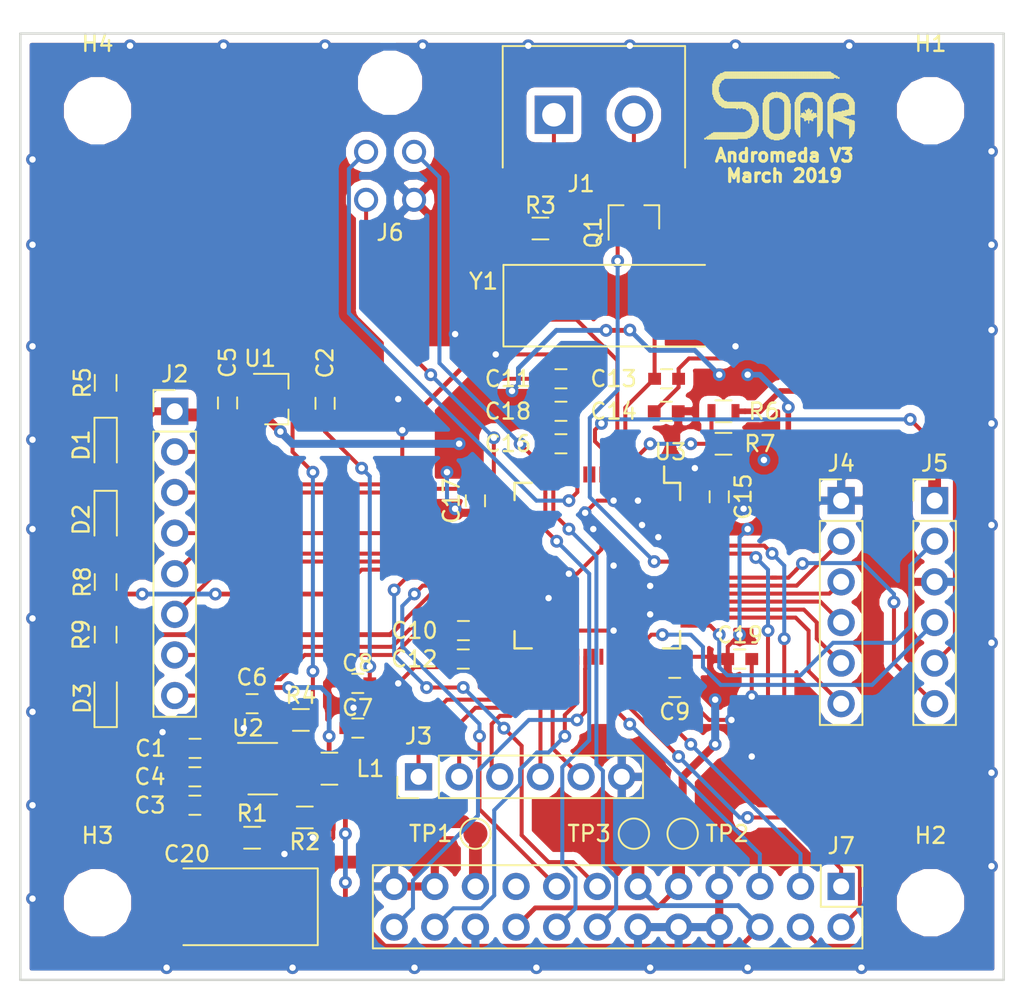
<source format=kicad_pcb>
(kicad_pcb (version 20171130) (host pcbnew "(5.0.2)-1")
  (layers (0 F.Cu signal) (31 B.Cu signal) (34 B.Paste user) (35 F.Paste user) (36 B.SilkS user) (37 F.SilkS user) (38 B.Mask user) (39 F.Mask user) (44 Edge.Cuts user))
  (net 0 "")
  (net 1 GND)
  (net 2 +BATT)
  (net 3 "Net-(C9-Pad1)")
  (net 4 +5V)
  (net 5 +3V3)
  (net 6 "Net-(D1-Pad1)")
  (net 7 "Net-(D2-Pad2)")
  (net 8 SPI3_MISO)
  (net 9 SD1_~CS)
  (net 10 SPI3_MOSI)
  (net 11 UART2_RX)
  (net 12 UART2_TX)
  (net 13 LAUNCH)
  (net 14 SD2_~CS)
  (net 15 SPI3_SCK)
  (net 16 SWCLK)
  (net 17 SWDIO)
  (net 18 NRST)
  (net 19 SWO)
  (net 20 RECOVERY_2)
  (net 21 RECOVERY_1)
  (net 22 UART4_RX)
  (net 23 ADC2)
  (net 24 UART4_TX)
  (net 25 ADC1)
  (net 26 PROPULSION3)
  (net 27 UART1_RX)
  (net 28 PROPULSION2)
  (net 29 UART1_TX)
  (net 30 PROPULSION1)
  (net 31 Fan_ctrl)
  (net 32 "Net-(R2-Pad1)")
  (net 33 BARO_~CS)
  (net 34 LED1)
  (net 35 LED2)
  (net 36 SPI2_SCK)
  (net 37 SPI2_MOSI)
  (net 38 SPI2_MISO)
  (net 39 SPI1_MOSI)
  (net 40 SPI1_MISO)
  (net 41 SPI1_SCK)
  (net 42 Accel_~CS)
  (net 43 UART3_TX)
  (net 44 UART3_RX)
  (net 45 "Net-(J7-Pad9)")
  (net 46 "Net-(C6-Pad2)")
  (net 47 "Net-(C6-Pad1)")
  (net 48 "Net-(C10-Pad1)")
  (net 49 "Net-(C11-Pad1)")
  (net 50 "Net-(C13-Pad1)")
  (net 51 "Net-(D3-Pad2)")
  (net 52 "Net-(J1-Pad1)")
  (net 53 "Net-(J1-Pad2)")
  (net 54 AG_~CS)
  (net 55 MAG_~CS)
  (net 56 "Net-(R1-Pad2)")
  (net 57 "Net-(R6-Pad2)")
  (net 58 "Net-(U3-Pad62)")
  (net 59 "Net-(U3-Pad61)")
  (net 60 "Net-(U3-Pad56)")
  (net 61 "Net-(U3-Pad42)")
  (net 62 "Net-(U3-Pad41)")
  (net 63 "Net-(U3-Pad40)")
  (net 64 "Net-(U3-Pad10)")
  (net 65 "Net-(U3-Pad9)")
  (net 66 "Net-(U3-Pad8)")
  (net 67 "Net-(U3-Pad3)")
  (net 68 "Net-(U3-Pad2)")
  (module Capacitors_SMD:C_0603 (layer F.Cu) (at 118.11 104.394 180)
    (fp_text reference C1 (at 2.782 0 180) (layer F.SilkS))
    (fp_text value 10uF)
    (pad 1 smd rect (at -0.75 0 180) (size 0.8 0.75) (layers F.Cu F.Paste F.Mask) (net 2 +BATT))
    (pad 2 smd rect (at 0.75 0 180) (size 0.8 0.75) (layers F.Cu F.Paste F.Mask) (net 1 GND))
  )
  (module Capacitors_SMD:C_0603 (layer F.Cu) (at 126.238 82.816 90)
    (fp_text reference C2 (at 2.528 0 270) (layer F.SilkS))
    (fp_text value 1uF)
    (pad 1 smd rect (at -0.75 0 90) (size 0.8 0.75) (layers F.Cu F.Paste F.Mask) (net 4 +5V))
    (pad 2 smd rect (at 0.75 0 90) (size 0.8 0.75) (layers F.Cu F.Paste F.Mask) (net 1 GND))
  )
  (module Capacitors_SMD:C_0603 (layer F.Cu) (at 118.098 107.95 180)
    (fp_text reference C3 (at 2.806 0 180) (layer F.SilkS))
    (fp_text value 10uF)
    (pad 1 smd rect (at -0.75 0 180) (size 0.8 0.75) (layers F.Cu F.Paste F.Mask) (net 2 +BATT))
    (pad 2 smd rect (at 0.75 0 180) (size 0.8 0.75) (layers F.Cu F.Paste F.Mask) (net 1 GND))
  )
  (module Capacitors_SMD:C_0603 (layer F.Cu) (at 118.098 106.172 180)
    (fp_text reference C4 (at 2.806 0 180) (layer F.SilkS))
    (fp_text value 0.1uF)
    (pad 2 smd rect (at 0.75 0 180) (size 0.8 0.75) (layers F.Cu F.Paste F.Mask) (net 1 GND))
    (pad 1 smd rect (at -0.75 0 180) (size 0.8 0.75) (layers F.Cu F.Paste F.Mask) (net 2 +BATT))
  )
  (module Capacitors_SMD:C_0603 (layer F.Cu) (at 120.142 82.792 90)
    (fp_text reference C5 (at 2.528 0 90) (layer F.SilkS))
    (fp_text value 2.2uF)
    (pad 2 smd rect (at 0.75 0 90) (size 0.8 0.75) (layers F.Cu F.Paste F.Mask) (net 1 GND))
    (pad 1 smd rect (at -0.75 0 90) (size 0.8 0.75) (layers F.Cu F.Paste F.Mask) (net 5 +3V3))
  )
  (module Capacitors_SMD:C_0603 (layer F.Cu) (at 121.678 101.6)
    (fp_text reference C6 (at -0.012 -1.651) (layer F.SilkS))
    (fp_text value 0.1uF)
    (pad 2 smd rect (at 0.75 0) (size 0.8 0.75) (layers F.Cu F.Paste F.Mask) (net 46 "Net-(C6-Pad2)"))
    (pad 1 smd rect (at -0.75 0) (size 0.8 0.75) (layers F.Cu F.Paste F.Mask) (net 47 "Net-(C6-Pad1)"))
  )
  (module Capacitors_SMD:C_0603 (layer F.Cu) (at 128.282 103.124 180)
    (fp_text reference C7 (at 0.012 1.27 180) (layer F.SilkS))
    (fp_text value 22uF)
    (pad 2 smd rect (at 0.75 0 180) (size 0.8 0.75) (layers F.Cu F.Paste F.Mask) (net 1 GND))
    (pad 1 smd rect (at -0.75 0 180) (size 0.8 0.75) (layers F.Cu F.Paste F.Mask) (net 4 +5V))
  )
  (module Capacitors_SMD:C_0603 (layer F.Cu) (at 128.282 100.33 180)
    (fp_text reference C8 (at 0.012 1.27 180) (layer F.SilkS))
    (fp_text value 22uF)
    (pad 1 smd rect (at -0.75 0 180) (size 0.8 0.75) (layers F.Cu F.Paste F.Mask) (net 4 +5V))
    (pad 2 smd rect (at 0.75 0 180) (size 0.8 0.75) (layers F.Cu F.Paste F.Mask) (net 1 GND))
  )
  (module Capacitors_SMD:C_0603 (layer F.Cu) (at 148.094 100.584)
    (fp_text reference C9 (at 0 1.524) (layer F.SilkS))
    (fp_text value 2.2uF)
    (pad 1 smd rect (at -0.75 0) (size 0.8 0.75) (layers F.Cu F.Paste F.Mask) (net 3 "Net-(C9-Pad1)"))
    (pad 2 smd rect (at 0.75 0) (size 0.8 0.75) (layers F.Cu F.Paste F.Mask) (net 1 GND))
  )
  (module Capacitors_SMD:C_0603 (layer F.Cu) (at 134.886 97.028 180)
    (fp_text reference C10 (at 3.06 0 180) (layer F.SilkS))
    (fp_text value 2.2uF)
    (pad 1 smd rect (at -0.75 0 180) (size 0.8 0.75) (layers F.Cu F.Paste F.Mask) (net 48 "Net-(C10-Pad1)"))
    (pad 2 smd rect (at 0.75 0 180) (size 0.8 0.75) (layers F.Cu F.Paste F.Mask) (net 1 GND))
  )
  (module Capacitors_SMD:C_0603 (layer F.Cu) (at 140.982 81.28)
    (fp_text reference C11 (at -3.314 0) (layer F.SilkS))
    (fp_text value 24pF)
    (pad 1 smd rect (at -0.75 0) (size 0.8 0.75) (layers F.Cu F.Paste F.Mask) (net 49 "Net-(C11-Pad1)"))
    (pad 2 smd rect (at 0.75 0) (size 0.8 0.75) (layers F.Cu F.Paste F.Mask) (net 1 GND))
  )
  (module Capacitors_SMD:C_0603 (layer F.Cu) (at 134.874 98.806 180)
    (fp_text reference C12 (at 3.06 0 180) (layer F.SilkS))
    (fp_text value 10uF)
    (pad 2 smd rect (at 0.75 0 180) (size 0.8 0.75) (layers F.Cu F.Paste F.Mask) (net 1 GND))
    (pad 1 smd rect (at -0.75 0 180) (size 0.8 0.75) (layers F.Cu F.Paste F.Mask) (net 5 +3V3))
  )
  (module Capacitors_SMD:C_0603 (layer F.Cu) (at 147.586 81.28)
    (fp_text reference C13 (at -3.314 0) (layer F.SilkS))
    (fp_text value 24pF)
    (pad 2 smd rect (at 0.75 0) (size 0.8 0.75) (layers F.Cu F.Paste F.Mask) (net 1 GND))
    (pad 1 smd rect (at -0.75 0) (size 0.8 0.75) (layers F.Cu F.Paste F.Mask) (net 50 "Net-(C13-Pad1)"))
  )
  (module Capacitors_SMD:C_0603 (layer F.Cu) (at 147.562 83.312 180)
    (fp_text reference C14 (at 3.29 0 180) (layer F.SilkS))
    (fp_text value 0.1uF)
    (pad 2 smd rect (at 0.75 0 180) (size 0.8 0.75) (layers F.Cu F.Paste F.Mask) (net 1 GND))
    (pad 1 smd rect (at -0.75 0 180) (size 0.8 0.75) (layers F.Cu F.Paste F.Mask) (net 5 +3V3))
  )
  (module Capacitors_SMD:C_0603 (layer F.Cu) (at 150.876 88.658 270)
    (fp_text reference C15 (at 0 -1.5 270) (layer F.SilkS))
    (fp_text value 0.1uF)
    (pad 1 smd rect (at -0.75 0 270) (size 0.8 0.75) (layers F.Cu F.Paste F.Mask) (net 5 +3V3))
    (pad 2 smd rect (at 0.75 0 270) (size 0.8 0.75) (layers F.Cu F.Paste F.Mask) (net 1 GND))
  )
  (module Capacitors_SMD:C_0603 (layer F.Cu) (at 140.982 85.344)
    (fp_text reference C16 (at -3.314 0) (layer F.SilkS))
    (fp_text value 1uF)
    (pad 1 smd rect (at -0.75 0) (size 0.8 0.75) (layers F.Cu F.Paste F.Mask) (net 5 +3V3))
    (pad 2 smd rect (at 0.75 0) (size 0.8 0.75) (layers F.Cu F.Paste F.Mask) (net 1 GND))
  )
  (module Capacitors_SMD:C_0603 (layer F.Cu) (at 135.636 88.912 90)
    (fp_text reference C17 (at 0 -1.5 90) (layer F.SilkS))
    (fp_text value 0.1uF)
    (pad 2 smd rect (at 0.75 0 90) (size 0.8 0.75) (layers F.Cu F.Paste F.Mask) (net 1 GND))
    (pad 1 smd rect (at -0.75 0 90) (size 0.8 0.75) (layers F.Cu F.Paste F.Mask) (net 5 +3V3))
  )
  (module Capacitors_SMD:C_0603 (layer F.Cu) (at 140.982 83.312)
    (fp_text reference C18 (at -3.314 0) (layer F.SilkS))
    (fp_text value 10nF)
    (pad 1 smd rect (at -0.75 0) (size 0.8 0.75) (layers F.Cu F.Paste F.Mask) (net 5 +3V3))
    (pad 2 smd rect (at 0.75 0) (size 0.8 0.75) (layers F.Cu F.Paste F.Mask) (net 1 GND))
  )
  (module Capacitors_SMD:C_0603 (layer F.Cu) (at 152.158 98.806)
    (fp_text reference C19 (at 0 -1.5) (layer F.SilkS))
    (fp_text value 0.1uF)
    (pad 2 smd rect (at 0.75 0) (size 0.8 0.75) (layers F.Cu F.Paste F.Mask) (net 1 GND))
    (pad 1 smd rect (at -0.75 0) (size 0.8 0.75) (layers F.Cu F.Paste F.Mask) (net 5 +3V3))
  )
  (module Capacitors_Tantalum_SMD:CP_Tantalum_Case-D_EIA-7343-31_Reflow (layer F.Cu) (at 121.031 114.3 180)
    (fp_text reference C20 (at 3.429 3.302 180) (layer F.SilkS))
    (fp_text value 150u)
    (pad 2 smd rect (at 3.175 0 180) (size 2.55 2.7) (layers F.Cu F.Paste F.Mask) (net 1 GND))
    (pad 1 smd rect (at -3.175 0 180) (size 2.55 2.7) (layers F.Cu F.Paste F.Mask) (net 2 +BATT))
  )
  (module LEDs:LED_0805 (layer F.Cu) (at 112.522 85.514 270)
    (fp_text reference D1 (at -0.084 1.524 270) (layer F.SilkS))
    (fp_text value Green)
    (pad 1 smd rect (at -1.1 0 90) (size 1.2 1.2) (layers F.Cu F.Paste F.Mask) (net 6 "Net-(D1-Pad1)"))
    (pad 2 smd rect (at 1.1 0 90) (size 1.2 1.2) (layers F.Cu F.Paste F.Mask) (net 5 +3V3))
  )
  (module LEDs:LED_0805 (layer F.Cu) (at 112.522 90.086 270)
    (fp_text reference D2 (at 0 1.524 270) (layer F.SilkS))
    (fp_text value LED)
    (pad 2 smd rect (at 1.1 0 90) (size 1.2 1.2) (layers F.Cu F.Paste F.Mask) (net 7 "Net-(D2-Pad2)"))
    (pad 1 smd rect (at -1.1 0 90) (size 1.2 1.2) (layers F.Cu F.Paste F.Mask) (net 1 GND))
  )
  (module LEDs:LED_0805 (layer F.Cu) (at 112.522 101.262 90)
    (fp_text reference D3 (at 0 -1.45 90) (layer F.SilkS))
    (fp_text value LED)
    (pad 1 smd rect (at -1.1 0 270) (size 1.2 1.2) (layers F.Cu F.Paste F.Mask) (net 1 GND))
    (pad 2 smd rect (at 1.1 0 270) (size 1.2 1.2) (layers F.Cu F.Paste F.Mask) (net 51 "Net-(D3-Pad2)"))
  )
  (module Mounting_Holes:MountingHole_3.2mm_M3 (layer F.Cu) (at 164.084 64.516)
    (fp_text reference H1 (at 0 -4.2) (layer F.SilkS))
    (fp_text value MountingHole)
    (pad 1 np_thru_hole circle (at 0 0) (size 3.2 3.2) (drill 3.2) (layers *.Cu *.Mask))
  )
  (module Mounting_Holes:MountingHole_3.2mm_M3 (layer F.Cu) (at 164.084 114.046)
    (fp_text reference H2 (at 0 -4.2) (layer F.SilkS))
    (fp_text value MountingHole)
    (pad 1 np_thru_hole circle (at 0 0) (size 3.2 3.2) (drill 3.2) (layers *.Cu *.Mask))
  )
  (module Mounting_Holes:MountingHole_3.2mm_M3 (layer F.Cu) (at 112.014 114.046)
    (fp_text reference H3 (at 0 -4.2) (layer F.SilkS))
    (fp_text value MountingHole)
    (pad 1 np_thru_hole circle (at 0 0) (size 3.2 3.2) (drill 3.2) (layers *.Cu *.Mask))
  )
  (module Mounting_Holes:MountingHole_3.2mm_M3 (layer F.Cu) (at 112.014 64.516)
    (fp_text reference H4 (at 0 -4.2) (layer F.SilkS))
    (fp_text value MountingHole)
    (pad 1 np_thru_hole circle (at 0 0) (size 3.2 3.2) (drill 3.2) (layers *.Cu *.Mask))
  )
  (module SOAR_Library:TerminalBlock_5mm_2POS_ED2600 (layer F.Cu) (at 140.542 64.77)
    (fp_text reference J1 (at 1.698 4.318) (layer F.SilkS))
    (fp_text value Conn_01x02)
    (pad 1 thru_hole rect (at 0 0) (size 2.4 2.4) (drill 1.47) (layers *.Cu *.Mask) (net 52 "Net-(J1-Pad1)"))
    (pad 2 thru_hole circle (at 5 0) (size 2.4 2.4) (drill 1.47) (layers *.Cu *.Mask) (net 53 "Net-(J1-Pad2)"))
  )
  (module SOAR_Library:PinHeader_1x08_P2.54mm_Vertical (layer F.Cu) (at 116.84 83.312)
    (fp_text reference J2 (at 0 -2.33) (layer F.SilkS))
    (fp_text value Conn_01x08)
    (pad 1 thru_hole rect (at 0 0) (size 1.7 1.7) (drill 1) (layers *.Cu *.Mask) (net 5 +3V3))
    (pad 2 thru_hole oval (at 0 2.54) (size 1.7 1.7) (drill 1) (layers *.Cu *.Mask) (net 54 AG_~CS))
    (pad 3 thru_hole oval (at 0 5.08) (size 1.7 1.7) (drill 1) (layers *.Cu *.Mask) (net 41 SPI1_SCK))
    (pad 4 thru_hole oval (at 0 7.62) (size 1.7 1.7) (drill 1) (layers *.Cu *.Mask) (net 40 SPI1_MISO))
    (pad 5 thru_hole oval (at 0 10.16) (size 1.7 1.7) (drill 1) (layers *.Cu *.Mask) (net 39 SPI1_MOSI))
    (pad 6 thru_hole oval (at 0 12.7) (size 1.7 1.7) (drill 1) (layers *.Cu *.Mask) (net 55 MAG_~CS))
    (pad 7 thru_hole oval (at 0 15.24) (size 1.7 1.7) (drill 1) (layers *.Cu *.Mask) (net 43 UART3_TX))
    (pad 8 thru_hole oval (at 0 17.78) (size 1.7 1.7) (drill 1) (layers *.Cu *.Mask) (net 44 UART3_RX))
  )
  (module SOAR_Library:PinHeader_1x06_P2.54mm_Vertical (layer F.Cu) (at 132.08 106.172 90)
    (fp_text reference J3 (at 2.54 0 180) (layer F.SilkS))
    (fp_text value Conn_01x06)
    (pad 1 thru_hole rect (at 0 0 90) (size 1.7 1.7) (drill 1) (layers *.Cu *.Mask) (net 42 Accel_~CS))
    (pad 2 thru_hole oval (at 0 2.54 90) (size 1.7 1.7) (drill 1) (layers *.Cu *.Mask) (net 36 SPI2_SCK))
    (pad 3 thru_hole oval (at 0 5.08 90) (size 1.7 1.7) (drill 1) (layers *.Cu *.Mask) (net 38 SPI2_MISO))
    (pad 4 thru_hole oval (at 0 7.62 90) (size 1.7 1.7) (drill 1) (layers *.Cu *.Mask) (net 37 SPI2_MOSI))
    (pad 5 thru_hole oval (at 0 10.16 90) (size 1.7 1.7) (drill 1) (layers *.Cu *.Mask) (net 33 BARO_~CS))
    (pad 6 thru_hole oval (at 0 12.7 90) (size 1.7 1.7) (drill 1) (layers *.Cu *.Mask) (net 1 GND))
  )
  (module SOAR_Library:PinHeader_1x06_P2.54mm_Vertical (layer F.Cu) (at 158.496 88.9)
    (fp_text reference J4 (at 0 -2.33) (layer F.SilkS))
    (fp_text value Conn_01x06)
    (pad 1 thru_hole rect (at 0 0) (size 1.7 1.7) (drill 1) (layers *.Cu *.Mask) (net 1 GND))
    (pad 2 thru_hole oval (at 0 2.54) (size 1.7 1.7) (drill 1) (layers *.Cu *.Mask) (net 14 SD2_~CS))
    (pad 3 thru_hole oval (at 0 5.08) (size 1.7 1.7) (drill 1) (layers *.Cu *.Mask) (net 10 SPI3_MOSI))
    (pad 4 thru_hole oval (at 0 7.62) (size 1.7 1.7) (drill 1) (layers *.Cu *.Mask) (net 8 SPI3_MISO))
    (pad 5 thru_hole oval (at 0 10.16) (size 1.7 1.7) (drill 1) (layers *.Cu *.Mask) (net 15 SPI3_SCK))
    (pad 6 thru_hole oval (at 0 12.7) (size 1.7 1.7) (drill 1) (layers *.Cu *.Mask) (net 9 SD1_~CS))
  )
  (module SOAR_Library:PinHeader_1x06_P2.54mm_Vertical (layer F.Cu) (at 164.338 88.9)
    (fp_text reference J5 (at 0 -2.33) (layer F.SilkS))
    (fp_text value Conn_01x06)
    (pad 1 thru_hole rect (at 0 0) (size 1.7 1.7) (drill 1) (layers *.Cu *.Mask) (net 5 +3V3))
    (pad 2 thru_hole oval (at 0 2.54) (size 1.7 1.7) (drill 1) (layers *.Cu *.Mask) (net 16 SWCLK))
    (pad 3 thru_hole oval (at 0 5.08) (size 1.7 1.7) (drill 1) (layers *.Cu *.Mask) (net 1 GND))
    (pad 4 thru_hole oval (at 0 7.62) (size 1.7 1.7) (drill 1) (layers *.Cu *.Mask) (net 17 SWDIO))
    (pad 5 thru_hole oval (at 0 10.16) (size 1.7 1.7) (drill 1) (layers *.Cu *.Mask) (net 18 NRST))
    (pad 6 thru_hole oval (at 0 12.7) (size 1.7 1.7) (drill 1) (layers *.Cu *.Mask) (net 19 SWO))
  )
  (module SOAR_Library:Molex_Micro-Fit_3.0_43045-0400_2x02_P3.00mm_Horizontal (layer F.Cu) (at 130.302 58.166 180)
    (fp_text reference J6 (at 0 -13.97) (layer F.SilkS))
    (fp_text value Conn_01x04)
    (pad "" np_thru_hole circle (at 0 -4.6) (size 3 3) (drill 3) (layers *.Cu *.Mask))
    (pad 1 thru_hole circle (at 1.5 -8.92) (size 1.5 1.5) (drill 1) (layers *.Cu *.Mask) (net 13 LAUNCH))
    (pad 2 thru_hole circle (at -1.5 -8.92) (size 1.5 1.5) (drill 1) (layers *.Cu *.Mask) (net 12 UART2_TX))
    (pad 3 thru_hole circle (at 1.5 -11.92) (size 1.5 1.5) (drill 1) (layers *.Cu *.Mask) (net 11 UART2_RX))
    (pad 4 thru_hole circle (at -1.5 -11.92) (size 1.5 1.5) (drill 1) (layers *.Cu *.Mask) (net 1 GND))
  )
  (module SOAR_Library:Pin_Header_Straight_2x12_Pitch2.54mm (layer F.Cu) (at 158.496 113.03 270)
    (fp_text reference J7 (at -2.54 0) (layer F.SilkS))
    (fp_text value Conn_02x12_Top_Bottom)
    (pad 24 thru_hole oval (at 2.54 27.94 270) (size 1.7 1.7) (drill 1) (layers *.Cu *.Mask) (net 20 RECOVERY_2))
    (pad 12 thru_hole oval (at 0 27.94 270) (size 1.7 1.7) (drill 1) (layers *.Cu *.Mask) (net 1 GND))
    (pad 23 thru_hole oval (at 2.54 25.4 270) (size 1.7 1.7) (drill 1) (layers *.Cu *.Mask) (net 21 RECOVERY_1))
    (pad 11 thru_hole oval (at 0 25.4 270) (size 1.7 1.7) (drill 1) (layers *.Cu *.Mask) (net 1 GND))
    (pad 22 thru_hole oval (at 2.54 22.86 270) (size 1.7 1.7) (drill 1) (layers *.Cu *.Mask) (net 1 GND))
    (pad 10 thru_hole oval (at 0 22.86 270) (size 1.7 1.7) (drill 1) (layers *.Cu *.Mask) (net 2 +BATT))
    (pad 21 thru_hole oval (at 2.54 20.32 270) (size 1.7 1.7) (drill 1) (layers *.Cu *.Mask) (net 5 +3V3))
    (pad 9 thru_hole oval (at 0 20.32 270) (size 1.7 1.7) (drill 1) (layers *.Cu *.Mask) (net 45 "Net-(J7-Pad9)"))
    (pad 20 thru_hole oval (at 2.54 17.78 270) (size 1.7 1.7) (drill 1) (layers *.Cu *.Mask) (net 22 UART4_RX))
    (pad 8 thru_hole oval (at 0 17.78 270) (size 1.7 1.7) (drill 1) (layers *.Cu *.Mask) (net 23 ADC2))
    (pad 19 thru_hole oval (at 2.54 15.24 270) (size 1.7 1.7) (drill 1) (layers *.Cu *.Mask) (net 24 UART4_TX))
    (pad 7 thru_hole oval (at 0 15.24 270) (size 1.7 1.7) (drill 1) (layers *.Cu *.Mask) (net 25 ADC1))
    (pad 18 thru_hole oval (at 2.54 12.7 270) (size 1.7 1.7) (drill 1) (layers *.Cu *.Mask) (net 1 GND))
    (pad 6 thru_hole oval (at 0 12.7 270) (size 1.7 1.7) (drill 1) (layers *.Cu *.Mask) (net 4 +5V))
    (pad 17 thru_hole oval (at 2.54 10.16 270) (size 1.7 1.7) (drill 1) (layers *.Cu *.Mask) (net 1 GND))
    (pad 5 thru_hole oval (at 0 10.16 270) (size 1.7 1.7) (drill 1) (layers *.Cu *.Mask) (net 5 +3V3))
    (pad 16 thru_hole oval (at 2.54 7.62 270) (size 1.7 1.7) (drill 1) (layers *.Cu *.Mask) (net 1 GND))
    (pad 4 thru_hole oval (at 0 7.62 270) (size 1.7 1.7) (drill 1) (layers *.Cu *.Mask) (net 1 GND))
    (pad 15 thru_hole oval (at 2.54 5.08 270) (size 1.7 1.7) (drill 1) (layers *.Cu *.Mask) (net 4 +5V))
    (pad 3 thru_hole oval (at 0 5.08 270) (size 1.7 1.7) (drill 1) (layers *.Cu *.Mask) (net 26 PROPULSION3))
    (pad 14 thru_hole oval (at 2.54 2.54 270) (size 1.7 1.7) (drill 1) (layers *.Cu *.Mask) (net 27 UART1_RX))
    (pad 2 thru_hole oval (at 0 2.54 270) (size 1.7 1.7) (drill 1) (layers *.Cu *.Mask) (net 28 PROPULSION2))
    (pad 13 thru_hole oval (at 2.54 0 270) (size 1.7 1.7) (drill 1) (layers *.Cu *.Mask) (net 29 UART1_TX))
    (pad 1 thru_hole rect (at 0 0 270) (size 1.7 1.7) (drill 1) (layers *.Cu *.Mask) (net 30 PROPULSION1))
  )
  (module SOAR_Library:L_1008 (layer F.Cu) (at 126.508 105.664 180)
    (fp_text reference L1 (at -2.556 0 180) (layer F.SilkS))
    (fp_text value 4.7uH)
    (pad 1 smd rect (at -1 0 180) (size 0.8 2) (layers F.Cu F.Paste F.Mask) (net 4 +5V))
    (pad 2 smd rect (at 1 0 180) (size 0.8 2) (layers F.Cu F.Paste F.Mask) (net 47 "Net-(C6-Pad1)"))
  )
  (module TO_SOT_Packages_SMD:SOT-23 (layer F.Cu) (at 145.542 71.186 90)
    (fp_text reference Q1 (at -0.95 -2.54 90) (layer F.SilkS))
    (fp_text value Q_NMOS_GSD)
    (pad 1 smd rect (at -1 -0.95 90) (size 0.9 0.8) (layers F.Cu F.Paste F.Mask) (net 31 Fan_ctrl))
    (pad 2 smd rect (at -1 0.95 90) (size 0.9 0.8) (layers F.Cu F.Paste F.Mask) (net 1 GND))
    (pad 3 smd rect (at 1 0 90) (size 0.9 0.8) (layers F.Cu F.Paste F.Mask) (net 53 "Net-(J1-Pad2)"))
  )
  (module Resistors_SMD:R_0603 (layer F.Cu) (at 121.678 109.982)
    (fp_text reference R1 (at 0 -1.524) (layer F.SilkS))
    (fp_text value 10k)
    (pad 1 smd rect (at -0.75 0) (size 0.5 0.9) (layers F.Cu F.Paste F.Mask) (net 2 +BATT))
    (pad 2 smd rect (at 0.75 0) (size 0.5 0.9) (layers F.Cu F.Paste F.Mask) (net 56 "Net-(R1-Pad2)"))
  )
  (module Resistors_SMD:R_0603 (layer F.Cu) (at 124.968 108.712)
    (fp_text reference R2 (at 0.012 1.524) (layer F.SilkS))
    (fp_text value 10k)
    (pad 2 smd rect (at 0.75 0) (size 0.5 0.9) (layers F.Cu F.Paste F.Mask) (net 1 GND))
    (pad 1 smd rect (at -0.75 0) (size 0.5 0.9) (layers F.Cu F.Paste F.Mask) (net 32 "Net-(R2-Pad1)"))
  )
  (module Resistors_SMD:R_0603 (layer F.Cu) (at 139.7 71.882)
    (fp_text reference R3 (at 0 -1.45) (layer F.SilkS))
    (fp_text value 10)
    (pad 1 smd rect (at -0.75 0) (size 0.5 0.9) (layers F.Cu F.Paste F.Mask) (net 4 +5V))
    (pad 2 smd rect (at 0.75 0) (size 0.5 0.9) (layers F.Cu F.Paste F.Mask) (net 52 "Net-(J1-Pad1)"))
  )
  (module Resistors_SMD:R_0603 (layer F.Cu) (at 124.726 102.616 180)
    (fp_text reference R4 (at 0 1.524 180) (layer F.SilkS))
    (fp_text value 54.9k)
    (pad 2 smd rect (at 0.75 0 180) (size 0.5 0.9) (layers F.Cu F.Paste F.Mask) (net 32 "Net-(R2-Pad1)"))
    (pad 1 smd rect (at -0.75 0 180) (size 0.5 0.9) (layers F.Cu F.Paste F.Mask) (net 4 +5V))
  )
  (module Resistors_SMD:R_0603 (layer F.Cu) (at 112.522 81.534 90)
    (fp_text reference R5 (at 0 -1.45 90) (layer F.SilkS))
    (fp_text value 330)
    (pad 1 smd rect (at -0.75 0 90) (size 0.5 0.9) (layers F.Cu F.Paste F.Mask) (net 6 "Net-(D1-Pad1)"))
    (pad 2 smd rect (at 0.75 0 90) (size 0.5 0.9) (layers F.Cu F.Paste F.Mask) (net 1 GND))
  )
  (module Resistors_SMD:R_0603 (layer F.Cu) (at 151.142 83.312 180)
    (fp_text reference R6 (at -2.54 0 180) (layer F.SilkS))
    (fp_text value 30K)
    (pad 2 smd rect (at 0.75 0 180) (size 0.5 0.9) (layers F.Cu F.Paste F.Mask) (net 57 "Net-(R6-Pad2)"))
    (pad 1 smd rect (at -0.75 0 180) (size 0.5 0.9) (layers F.Cu F.Paste F.Mask) (net 2 +BATT))
  )
  (module Resistors_SMD:R_0603 (layer F.Cu) (at 151.142 85.344)
    (fp_text reference R7 (at 2.274 0) (layer F.SilkS))
    (fp_text value 10K)
    (pad 1 smd rect (at -0.75 0) (size 0.5 0.9) (layers F.Cu F.Paste F.Mask) (net 57 "Net-(R6-Pad2)"))
    (pad 2 smd rect (at 0.75 0) (size 0.5 0.9) (layers F.Cu F.Paste F.Mask) (net 1 GND))
  )
  (module Resistors_SMD:R_0603 (layer F.Cu) (at 112.522 93.992 90)
    (fp_text reference R8 (at 0 -1.45 90) (layer F.SilkS))
    (fp_text value 330)
    (pad 2 smd rect (at 0.75 0 90) (size 0.5 0.9) (layers F.Cu F.Paste F.Mask) (net 7 "Net-(D2-Pad2)"))
    (pad 1 smd rect (at -0.75 0 90) (size 0.5 0.9) (layers F.Cu F.Paste F.Mask) (net 34 LED1))
  )
  (module Resistors_SMD:R_0603 (layer F.Cu) (at 112.522 97.282 270)
    (fp_text reference R9 (at 0 1.524 270) (layer F.SilkS))
    (fp_text value 330)
    (pad 2 smd rect (at 0.75 0 270) (size 0.5 0.9) (layers F.Cu F.Paste F.Mask) (net 51 "Net-(D3-Pad2)"))
    (pad 1 smd rect (at -0.75 0 270) (size 0.5 0.9) (layers F.Cu F.Paste F.Mask) (net 35 LED2))
  )
  (module SOAR_Library:TestPoint_Pad_D1.5mm (layer F.Cu) (at 135.636 109.728)
    (fp_text reference TP1 (at -2.794 0) (layer F.SilkS))
    (fp_text value TestPoint)
    (pad 1 smd circle (at 0 0) (size 1.5 1.5) (layers F.Cu F.Mask) (net 2 +BATT))
  )
  (module SOAR_Library:TestPoint_Pad_D1.5mm (layer F.Cu) (at 148.59 109.728)
    (fp_text reference TP2 (at 2.794 0) (layer F.SilkS))
    (fp_text value TestPoint)
    (pad 1 smd circle (at 0 0) (size 1.5 1.5) (layers F.Cu F.Mask) (net 5 +3V3))
  )
  (module SOAR_Library:TestPoint_Pad_D1.5mm (layer F.Cu) (at 145.542 109.728)
    (fp_text reference TP3 (at -2.794 0 180) (layer F.SilkS))
    (fp_text value TestPoint)
    (pad 1 smd circle (at 0 0) (size 1.5 1.5) (layers F.Cu F.Mask) (net 4 +5V))
  )
  (module TO_SOT_Packages_SMD:SOT-23 (layer F.Cu) (at 123.19 82.55)
    (fp_text reference U1 (at -1.016 -2.54) (layer F.SilkS))
    (fp_text value AP2210-3.3)
    (pad 3 smd rect (at 1 0) (size 0.9 0.8) (layers F.Cu F.Paste F.Mask) (net 4 +5V))
    (pad 2 smd rect (at -1 0.95) (size 0.9 0.8) (layers F.Cu F.Paste F.Mask) (net 5 +3V3))
    (pad 1 smd rect (at -1 -0.95) (size 0.9 0.8) (layers F.Cu F.Paste F.Mask) (net 1 GND))
  )
  (module TO_SOT_Packages_SMD:SOT-23-6 (layer F.Cu) (at 122.344 105.664)
    (fp_text reference U2 (at -0.932 -2.54) (layer F.SilkS))
    (fp_text value TPS562200)
    (pad 5 smd rect (at 1.1 0) (size 1.06 0.65) (layers F.Cu F.Paste F.Mask) (net 56 "Net-(R1-Pad2)"))
    (pad 6 smd rect (at 1.1 -0.95) (size 1.06 0.65) (layers F.Cu F.Paste F.Mask) (net 46 "Net-(C6-Pad2)"))
    (pad 4 smd rect (at 1.1 0.95) (size 1.06 0.65) (layers F.Cu F.Paste F.Mask) (net 32 "Net-(R2-Pad1)"))
    (pad 3 smd rect (at -1.1 0.95) (size 1.06 0.65) (layers F.Cu F.Paste F.Mask) (net 2 +BATT))
    (pad 2 smd rect (at -1.1 0) (size 1.06 0.65) (layers F.Cu F.Paste F.Mask) (net 47 "Net-(C6-Pad1)"))
    (pad 1 smd rect (at -1.1 -0.95) (size 1.06 0.65) (layers F.Cu F.Paste F.Mask) (net 1 GND))
  )
  (module Housings_QFP:LQFP-64_10x10mm_Pitch0.5mm (layer F.Cu) (at 143.256 92.964 270)
    (fp_text reference U3 (at -7.112 -4.572) (layer F.SilkS))
    (fp_text value STM32F405R)
    (pad 64 smd rect (at -3.75 -5.7) (size 1 0.25) (layers F.Cu F.Paste F.Mask) (net 5 +3V3))
    (pad 63 smd rect (at -3.25 -5.7) (size 1 0.25) (layers F.Cu F.Paste F.Mask) (net 1 GND))
    (pad 62 smd rect (at -2.75 -5.7) (size 1 0.25) (layers F.Cu F.Paste F.Mask) (net 58 "Net-(U3-Pad62)"))
    (pad 61 smd rect (at -2.25 -5.7) (size 1 0.25) (layers F.Cu F.Paste F.Mask) (net 59 "Net-(U3-Pad61)"))
    (pad 60 smd rect (at -1.75 -5.7) (size 1 0.25) (layers F.Cu F.Paste F.Mask) (net 1 GND))
    (pad 59 smd rect (at -1.25 -5.7) (size 1 0.25) (layers F.Cu F.Paste F.Mask) (net 27 UART1_RX))
    (pad 58 smd rect (at -0.75 -5.7) (size 1 0.25) (layers F.Cu F.Paste F.Mask) (net 29 UART1_TX))
    (pad 57 smd rect (at -0.25 -5.7) (size 1 0.25) (layers F.Cu F.Paste F.Mask) (net 31 Fan_ctrl))
    (pad 56 smd rect (at 0.25 -5.7) (size 1 0.25) (layers F.Cu F.Paste F.Mask) (net 60 "Net-(U3-Pad56)"))
    (pad 55 smd rect (at 0.75 -5.7) (size 1 0.25) (layers F.Cu F.Paste F.Mask) (net 19 SWO))
    (pad 54 smd rect (at 1.25 -5.7) (size 1 0.25) (layers F.Cu F.Paste F.Mask) (net 14 SD2_~CS))
    (pad 53 smd rect (at 1.75 -5.7) (size 1 0.25) (layers F.Cu F.Paste F.Mask) (net 10 SPI3_MOSI))
    (pad 52 smd rect (at 2.25 -5.7) (size 1 0.25) (layers F.Cu F.Paste F.Mask) (net 8 SPI3_MISO))
    (pad 51 smd rect (at 2.75 -5.7) (size 1 0.25) (layers F.Cu F.Paste F.Mask) (net 15 SPI3_SCK))
    (pad 50 smd rect (at 3.25 -5.7) (size 1 0.25) (layers F.Cu F.Paste F.Mask) (net 9 SD1_~CS))
    (pad 49 smd rect (at 3.75 -5.7) (size 1 0.25) (layers F.Cu F.Paste F.Mask) (net 16 SWCLK))
    (pad 48 smd rect (at 5.7 -3.75 270) (size 1 0.25) (layers F.Cu F.Paste F.Mask) (net 5 +3V3))
    (pad 47 smd rect (at 5.7 -3.25 270) (size 1 0.25) (layers F.Cu F.Paste F.Mask) (net 3 "Net-(C9-Pad1)"))
    (pad 46 smd rect (at 5.7 -2.75 270) (size 1 0.25) (layers F.Cu F.Paste F.Mask) (net 17 SWDIO))
    (pad 45 smd rect (at 5.7 -2.25 270) (size 1 0.25) (layers F.Cu F.Paste F.Mask) (net 28 PROPULSION2))
    (pad 44 smd rect (at 5.7 -1.75 270) (size 1 0.25) (layers F.Cu F.Paste F.Mask) (net 30 PROPULSION1))
    (pad 43 smd rect (at 5.7 -1.25 270) (size 1 0.25) (layers F.Cu F.Paste F.Mask) (net 26 PROPULSION3))
    (pad 42 smd rect (at 5.7 -0.75 270) (size 1 0.25) (layers F.Cu F.Paste F.Mask) (net 61 "Net-(U3-Pad42)"))
    (pad 41 smd rect (at 5.7 -0.25 270) (size 1 0.25) (layers F.Cu F.Paste F.Mask) (net 62 "Net-(U3-Pad41)"))
    (pad 40 smd rect (at 5.7 0.25 270) (size 1 0.25) (layers F.Cu F.Paste F.Mask) (net 63 "Net-(U3-Pad40)"))
    (pad 39 smd rect (at 5.7 0.75 270) (size 1 0.25) (layers F.Cu F.Paste F.Mask) (net 20 RECOVERY_2))
    (pad 38 smd rect (at 5.7 1.25 270) (size 1 0.25) (layers F.Cu F.Paste F.Mask) (net 21 RECOVERY_1))
    (pad 37 smd rect (at 5.7 1.75 270) (size 1 0.25) (layers F.Cu F.Paste F.Mask) (net 33 BARO_~CS))
    (pad 36 smd rect (at 5.7 2.25 270) (size 1 0.25) (layers F.Cu F.Paste F.Mask) (net 37 SPI2_MOSI))
    (pad 35 smd rect (at 5.7 2.75 270) (size 1 0.25) (layers F.Cu F.Paste F.Mask) (net 38 SPI2_MISO))
    (pad 34 smd rect (at 5.7 3.25 270) (size 1 0.25) (layers F.Cu F.Paste F.Mask) (net 36 SPI2_SCK))
    (pad 33 smd rect (at 5.7 3.75 270) (size 1 0.25) (layers F.Cu F.Paste F.Mask) (net 42 Accel_~CS))
    (pad 32 smd rect (at 3.75 5.7) (size 1 0.25) (layers F.Cu F.Paste F.Mask) (net 5 +3V3))
    (pad 31 smd rect (at 3.25 5.7) (size 1 0.25) (layers F.Cu F.Paste F.Mask) (net 48 "Net-(C10-Pad1)"))
    (pad 30 smd rect (at 2.75 5.7) (size 1 0.25) (layers F.Cu F.Paste F.Mask) (net 44 UART3_RX))
    (pad 29 smd rect (at 2.25 5.7) (size 1 0.25) (layers F.Cu F.Paste F.Mask) (net 43 UART3_TX))
    (pad 28 smd rect (at 1.75 5.7) (size 1 0.25) (layers F.Cu F.Paste F.Mask) (net 35 LED2))
    (pad 27 smd rect (at 1.25 5.7) (size 1 0.25) (layers F.Cu F.Paste F.Mask) (net 23 ADC2))
    (pad 26 smd rect (at 0.75 5.7) (size 1 0.25) (layers F.Cu F.Paste F.Mask) (net 25 ADC1))
    (pad 25 smd rect (at 0.25 5.7) (size 1 0.25) (layers F.Cu F.Paste F.Mask) (net 34 LED1))
    (pad 24 smd rect (at -0.25 5.7) (size 1 0.25) (layers F.Cu F.Paste F.Mask) (net 55 MAG_~CS))
    (pad 23 smd rect (at -0.75 5.7) (size 1 0.25) (layers F.Cu F.Paste F.Mask) (net 39 SPI1_MOSI))
    (pad 22 smd rect (at -1.25 5.7) (size 1 0.25) (layers F.Cu F.Paste F.Mask) (net 40 SPI1_MISO))
    (pad 21 smd rect (at -1.75 5.7) (size 1 0.25) (layers F.Cu F.Paste F.Mask) (net 41 SPI1_SCK))
    (pad 20 smd rect (at -2.25 5.7) (size 1 0.25) (layers F.Cu F.Paste F.Mask) (net 54 AG_~CS))
    (pad 19 smd rect (at -2.75 5.7) (size 1 0.25) (layers F.Cu F.Paste F.Mask) (net 5 +3V3))
    (pad 18 smd rect (at -3.25 5.7) (size 1 0.25) (layers F.Cu F.Paste F.Mask) (net 1 GND))
    (pad 17 smd rect (at -3.75 5.7) (size 1 0.25) (layers F.Cu F.Paste F.Mask) (net 11 UART2_RX))
    (pad 16 smd rect (at -5.7 3.75 270) (size 1 0.25) (layers F.Cu F.Paste F.Mask) (net 12 UART2_TX))
    (pad 15 smd rect (at -5.7 3.25 270) (size 1 0.25) (layers F.Cu F.Paste F.Mask) (net 22 UART4_RX))
    (pad 14 smd rect (at -5.7 2.75 270) (size 1 0.25) (layers F.Cu F.Paste F.Mask) (net 24 UART4_TX))
    (pad 13 smd rect (at -5.7 2.25 270) (size 1 0.25) (layers F.Cu F.Paste F.Mask) (net 5 +3V3))
    (pad 12 smd rect (at -5.7 1.75 270) (size 1 0.25) (layers F.Cu F.Paste F.Mask) (net 1 GND))
    (pad 11 smd rect (at -5.7 1.25 270) (size 1 0.25) (layers F.Cu F.Paste F.Mask) (net 13 LAUNCH))
    (pad 10 smd rect (at -5.7 0.75 270) (size 1 0.25) (layers F.Cu F.Paste F.Mask) (net 64 "Net-(U3-Pad10)"))
    (pad 9 smd rect (at -5.7 0.25 270) (size 1 0.25) (layers F.Cu F.Paste F.Mask) (net 65 "Net-(U3-Pad9)"))
    (pad 8 smd rect (at -5.7 -0.25 270) (size 1 0.25) (layers F.Cu F.Paste F.Mask) (net 66 "Net-(U3-Pad8)"))
    (pad 7 smd rect (at -5.7 -0.75 270) (size 1 0.25) (layers F.Cu F.Paste F.Mask) (net 18 NRST))
    (pad 6 smd rect (at -5.7 -1.25 270) (size 1 0.25) (layers F.Cu F.Paste F.Mask) (net 49 "Net-(C11-Pad1)"))
    (pad 5 smd rect (at -5.7 -1.75 270) (size 1 0.25) (layers F.Cu F.Paste F.Mask) (net 50 "Net-(C13-Pad1)"))
    (pad 4 smd rect (at -5.7 -2.25 270) (size 1 0.25) (layers F.Cu F.Paste F.Mask) (net 57 "Net-(R6-Pad2)"))
    (pad 3 smd rect (at -5.7 -2.75 270) (size 1 0.25) (layers F.Cu F.Paste F.Mask) (net 67 "Net-(U3-Pad3)"))
    (pad 2 smd rect (at -5.7 -3.25 270) (size 1 0.25) (layers F.Cu F.Paste F.Mask) (net 68 "Net-(U3-Pad2)"))
    (pad 1 smd rect (at -5.7 -3.75 270) (size 1 0.25) (layers F.Cu F.Paste F.Mask) (net 5 +3V3))
  )
  (module Crystals:Crystal_SMD_HC49-SD (layer F.Cu) (at 144.086 76.708)
    (fp_text reference Y1 (at -7.942 -1.524) (layer F.SilkS))
    (fp_text value Crystal_8MHz_18pf)
    (pad 2 smd rect (at 4.25 0) (size 4.5 2) (layers F.Cu F.Paste F.Mask) (net 50 "Net-(C13-Pad1)"))
    (pad 1 smd rect (at -4.25 0) (size 4.5 2) (layers F.Cu F.Paste F.Mask) (net 49 "Net-(C11-Pad1)"))
  )
  (module SOAR_Library:LOGO_SOAR (layer F.Cu) (at 148.844 61.214)
    (fp_text reference LOGO_SOAR hide)
    (fp_text value "" (at 0 0) (layer F.SilkS) (effects (font (size 1.524 1.524))))
  )
  (gr_text "March 2019" (at 154.94 68.58) (layer F.SilkS) (effects (font (size 0.8 0.8) (thickness 0.2))))
  (gr_text "Andromeda V3" (at 154.94 67.31) (layer F.SilkS) (effects (font (size 0.8 0.8) (thickness 0.2))))
  (gr_line (start 107.188 118.872) (end 107.188 59.69) (layer Edge.Cuts) (width 0.15))
  (gr_line (start 168.656 118.872) (end 107.188 118.872) (layer Edge.Cuts) (width 0.15))
  (gr_line (start 168.656 59.69) (end 168.656 118.872) (layer Edge.Cuts) (width 0.15))
  (gr_line (start 107.188 59.69) (end 168.656 59.69) (layer Edge.Cuts) (width 0.15))
  (via (at 107.95 107.95) (size 0.8) (drill 0.4) (layers F.Cu B.Cu) (net 1))
  (segment (start 107.95 113.792) (end 107.95 107.95) (width 0.25) (layer F.Cu) (net 1))
  (via (at 107.95 102.108) (size 0.8) (drill 0.4) (layers F.Cu B.Cu) (net 1))
  (segment (start 107.95 107.95) (end 107.95 102.108) (width 0.25) (layer B.Cu) (net 1))
  (via (at 107.95 96.266) (size 0.8) (drill 0.4) (layers F.Cu B.Cu) (net 1))
  (segment (start 107.95 102.108) (end 107.95 96.266) (width 0.25) (layer F.Cu) (net 1))
  (via (at 107.95 90.678) (size 0.8) (drill 0.4) (layers F.Cu B.Cu) (net 1))
  (segment (start 107.95 96.266) (end 107.95 90.678) (width 0.25) (layer B.Cu) (net 1))
  (via (at 107.95 85.09) (size 0.8) (drill 0.4) (layers F.Cu B.Cu) (net 1))
  (segment (start 107.95 90.678) (end 107.95 85.09) (width 0.25) (layer F.Cu) (net 1))
  (via (at 107.95 79.248) (size 0.8) (drill 0.4) (layers F.Cu B.Cu) (net 1))
  (segment (start 107.95 85.09) (end 107.95 79.248) (width 0.25) (layer B.Cu) (net 1))
  (via (at 107.95 72.898) (size 0.8) (drill 0.4) (layers F.Cu B.Cu) (net 1))
  (segment (start 107.95 79.248) (end 107.95 72.898) (width 0.25) (layer F.Cu) (net 1))
  (via (at 107.95 67.564) (size 0.8) (drill 0.4) (layers F.Cu B.Cu) (net 1))
  (segment (start 107.95 72.898) (end 107.95 67.564) (width 0.25) (layer B.Cu) (net 1))
  (segment (start 107.95 67.564) (end 107.95 63.754) (width 0.25) (layer F.Cu) (net 1))
  (segment (start 107.95 63.754) (end 107.95 63.246) (width 0.25) (layer F.Cu) (net 1))
  (segment (start 141.506 85.57) (end 141.732 85.344) (width 0.25) (layer F.Cu) (net 1))
  (segment (start 141.506 87.264) (end 141.506 85.57) (width 0.25) (layer F.Cu) (net 1))
  (segment (start 141.732 85.344) (end 141.732 83.312) (width 0.25) (layer F.Cu) (net 1))
  (segment (start 141.732 83.312) (end 141.732 81.28) (width 0.25) (layer F.Cu) (net 1))
  (segment (start 148.956 89.714) (end 149.808 89.714) (width 0.25) (layer F.Cu) (net 1))
  (segment (start 150.114 89.408) (end 150.876 89.408) (width 0.25) (layer F.Cu) (net 1))
  (segment (start 149.808 89.714) (end 150.114 89.408) (width 0.25) (layer F.Cu) (net 1))
  (via (at 151.892 79.248) (size 0.8) (drill 0.4) (layers F.Cu B.Cu) (net 1))
  (segment (start 148.336 81.813) (end 148.336 81.28) (width 0.25) (layer F.Cu) (net 1))
  (segment (start 146.837 83.312) (end 148.336 81.813) (width 0.25) (layer F.Cu) (net 1))
  (segment (start 146.812 83.312) (end 146.837 83.312) (width 0.25) (layer F.Cu) (net 1))
  (segment (start 148.981 80.01) (end 151.13 80.01) (width 0.25) (layer F.Cu) (net 1))
  (segment (start 148.336 80.655) (end 148.981 80.01) (width 0.25) (layer F.Cu) (net 1))
  (segment (start 148.336 81.28) (end 148.336 80.655) (width 0.25) (layer F.Cu) (net 1))
  (segment (start 151.13 80.01) (end 151.892 79.248) (width 0.25) (layer F.Cu) (net 1))
  (via (at 147.066 91.186) (size 0.8) (drill 0.4) (layers F.Cu B.Cu) (net 1))
  (segment (start 148.956 91.214) (end 147.094 91.214) (width 0.25) (layer F.Cu) (net 1))
  (segment (start 147.094 91.214) (end 147.066 91.186) (width 0.25) (layer F.Cu) (net 1))
  (segment (start 135.636 88.187) (end 135.636 88.162) (width 0.25) (layer F.Cu) (net 1))
  (segment (start 136.336001 88.887001) (end 135.636 88.187) (width 0.25) (layer F.Cu) (net 1))
  (segment (start 136.336001 89.244001) (end 136.336001 88.887001) (width 0.25) (layer F.Cu) (net 1))
  (segment (start 136.806 89.714) (end 136.336001 89.244001) (width 0.25) (layer F.Cu) (net 1))
  (segment (start 137.556 89.714) (end 136.806 89.714) (width 0.25) (layer F.Cu) (net 1))
  (via (at 152.4 89.408) (size 0.8) (drill 0.4) (layers F.Cu B.Cu) (net 1))
  (segment (start 150.876 89.408) (end 152.4 89.408) (width 0.25) (layer F.Cu) (net 1))
  (segment (start 134.136 98.794) (end 134.124 98.806) (width 0.25) (layer F.Cu) (net 1))
  (segment (start 134.136 97.028) (end 134.136 98.794) (width 0.25) (layer F.Cu) (net 1))
  (segment (start 134.124 98.806) (end 134.112 98.806) (width 0.25) (layer F.Cu) (net 1))
  (segment (start 134.112 98.806) (end 133.604 99.314) (width 0.25) (layer F.Cu) (net 1))
  (via (at 130.81 100.33) (size 0.8) (drill 0.4) (layers F.Cu B.Cu) (net 1))
  (segment (start 133.604 99.314) (end 131.826 99.314) (width 0.25) (layer F.Cu) (net 1))
  (segment (start 131.826 99.314) (end 130.81 100.33) (width 0.25) (layer F.Cu) (net 1))
  (via (at 152.908 101.149999) (size 0.8) (drill 0.4) (layers F.Cu B.Cu) (net 1))
  (segment (start 152.908 98.806) (end 152.908 101.149999) (width 0.25) (layer F.Cu) (net 1))
  (via (at 151.638 102.616) (size 0.8) (drill 0.4) (layers F.Cu B.Cu) (net 1))
  (segment (start 150.251 102.616) (end 151.638 102.616) (width 0.25) (layer F.Cu) (net 1))
  (segment (start 148.844 100.584) (end 148.844 101.209) (width 0.25) (layer F.Cu) (net 1))
  (segment (start 148.844 101.209) (end 150.251 102.616) (width 0.25) (layer F.Cu) (net 1))
  (via (at 152.908 104.902) (size 0.8) (drill 0.4) (layers F.Cu B.Cu) (net 1))
  (segment (start 152.908 101.149999) (end 152.908 104.902) (width 0.25) (layer B.Cu) (net 1))
  (segment (start 135.636 88.162) (end 132.866 88.162) (width 0.25) (layer F.Cu) (net 1))
  (segment (start 132.866 88.162) (end 132.842 88.138) (width 0.25) (layer F.Cu) (net 1))
  (segment (start 130.81 100.33) (end 130.81 101.346) (width 0.25) (layer B.Cu) (net 1))
  (via (at 128.016 101.854) (size 0.8) (drill 0.4) (layers F.Cu B.Cu) (net 1))
  (segment (start 130.81 101.346) (end 130.302 101.854) (width 0.25) (layer B.Cu) (net 1))
  (segment (start 130.302 101.854) (end 128.016 101.854) (width 0.25) (layer B.Cu) (net 1))
  (segment (start 128.016 101.854) (end 127.508 101.346) (width 0.25) (layer F.Cu) (net 1))
  (segment (start 127.508 101.346) (end 127.508 101.092) (width 0.25) (layer F.Cu) (net 1))
  (segment (start 127.532 101.068) (end 127.532 100.33) (width 0.25) (layer F.Cu) (net 1))
  (segment (start 127.508 101.092) (end 127.532 101.068) (width 0.25) (layer F.Cu) (net 1))
  (via (at 121.158 103.124) (size 0.8) (drill 0.4) (layers F.Cu B.Cu) (net 1))
  (segment (start 121.244 104.714) (end 121.244 103.21) (width 0.25) (layer F.Cu) (net 1))
  (segment (start 121.244 103.21) (end 121.158 103.124) (width 0.25) (layer F.Cu) (net 1))
  (segment (start 121.158 103.124) (end 120.396 102.362) (width 0.25) (layer B.Cu) (net 1))
  (via (at 116.078 103.378) (size 0.8) (drill 0.4) (layers F.Cu B.Cu) (net 1))
  (segment (start 120.396 102.362) (end 117.094 102.362) (width 0.25) (layer B.Cu) (net 1))
  (segment (start 117.094 102.362) (end 116.078 103.378) (width 0.25) (layer B.Cu) (net 1))
  (via (at 125.476 109.982) (size 0.8) (drill 0.4) (layers F.Cu B.Cu) (net 1))
  (segment (start 125.718 108.712) (end 125.718 109.74) (width 0.25) (layer F.Cu) (net 1))
  (segment (start 125.718 109.74) (end 125.476 109.982) (width 0.25) (layer F.Cu) (net 1))
  (segment (start 125.476 109.982) (end 124.46 110.998) (width 0.25) (layer B.Cu) (net 1))
  (via (at 123.698 110.998) (size 0.8) (drill 0.4) (layers F.Cu B.Cu) (net 1))
  (segment (start 124.46 110.998) (end 123.698 110.998) (width 0.25) (layer B.Cu) (net 1))
  (via (at 149.352 86.868) (size 0.8) (drill 0.4) (layers F.Cu B.Cu) (net 1))
  (segment (start 151.892 85.344) (end 151.892 85.544) (width 0.25) (layer F.Cu) (net 1))
  (segment (start 150.368 86.868) (end 149.352 86.868) (width 0.25) (layer F.Cu) (net 1))
  (segment (start 150.568 86.868) (end 150.368 86.868) (width 0.25) (layer F.Cu) (net 1))
  (segment (start 151.892 85.544) (end 150.568 86.868) (width 0.25) (layer F.Cu) (net 1))
  (via (at 136.906 79.756) (size 0.8) (drill 0.4) (layers F.Cu B.Cu) (net 1))
  (segment (start 140.183 79.756) (end 136.906 79.756) (width 0.25) (layer F.Cu) (net 1))
  (segment (start 141.732 81.28) (end 141.707 81.28) (width 0.25) (layer F.Cu) (net 1))
  (segment (start 141.707 81.28) (end 140.183 79.756) (width 0.25) (layer F.Cu) (net 1))
  (via (at 134.366 78.486) (size 0.8) (drill 0.4) (layers F.Cu B.Cu) (net 1))
  (segment (start 136.906 79.756) (end 135.636 79.756) (width 0.25) (layer B.Cu) (net 1))
  (segment (start 135.636 79.756) (end 134.366 78.486) (width 0.25) (layer B.Cu) (net 1))
  (segment (start 132.866 88.162) (end 131.064 86.36) (width 0.25) (layer F.Cu) (net 1))
  (via (at 131.064 84.494) (size 0.8) (drill 0.4) (layers F.Cu B.Cu) (net 1))
  (segment (start 131.064 86.36) (end 131.064 84.494) (width 0.25) (layer F.Cu) (net 1))
  (via (at 130.81 82.55) (size 0.8) (drill 0.4) (layers F.Cu B.Cu) (net 1))
  (segment (start 131.064 84.494) (end 131.064 82.804) (width 0.25) (layer B.Cu) (net 1))
  (segment (start 131.064 82.804) (end 130.81 82.55) (width 0.25) (layer B.Cu) (net 1))
  (segment (start 130.81 82.55) (end 130.302 82.042) (width 0.25) (layer F.Cu) (net 1))
  (segment (start 130.278 82.066) (end 126.238 82.066) (width 0.25) (layer F.Cu) (net 1))
  (segment (start 130.302 82.042) (end 130.278 82.066) (width 0.25) (layer F.Cu) (net 1))
  (segment (start 107.95 63.246) (end 107.95 62.992) (width 0.25) (layer F.Cu) (net 1))
  (segment (start 107.95 62.992) (end 110.49 60.452) (width 0.25) (layer F.Cu) (net 1))
  (via (at 114.046 60.452) (size 0.8) (drill 0.4) (layers F.Cu B.Cu) (net 1))
  (segment (start 110.49 60.452) (end 114.046 60.452) (width 0.25) (layer F.Cu) (net 1))
  (via (at 119.888 60.452) (size 0.8) (drill 0.4) (layers F.Cu B.Cu) (net 1))
  (segment (start 114.046 60.452) (end 119.888 60.452) (width 0.25) (layer B.Cu) (net 1))
  (via (at 126.238 60.452) (size 0.8) (drill 0.4) (layers F.Cu B.Cu) (net 1))
  (segment (start 119.888 60.452) (end 126.238 60.452) (width 0.25) (layer F.Cu) (net 1))
  (via (at 132.334 60.452) (size 0.8) (drill 0.4) (layers F.Cu B.Cu) (net 1))
  (segment (start 126.238 60.452) (end 132.334 60.452) (width 0.25) (layer B.Cu) (net 1))
  (via (at 138.938 60.452) (size 0.8) (drill 0.4) (layers F.Cu B.Cu) (net 1))
  (segment (start 132.334 60.452) (end 138.938 60.452) (width 0.25) (layer F.Cu) (net 1))
  (via (at 145.288 60.452) (size 0.8) (drill 0.4) (layers F.Cu B.Cu) (net 1))
  (segment (start 138.938 60.452) (end 145.288 60.452) (width 0.25) (layer B.Cu) (net 1))
  (via (at 151.892 60.452) (size 0.8) (drill 0.4) (layers F.Cu B.Cu) (net 1))
  (segment (start 145.288 60.452) (end 151.892 60.452) (width 0.25) (layer F.Cu) (net 1))
  (via (at 159.004 60.452) (size 0.8) (drill 0.4) (layers F.Cu B.Cu) (net 1))
  (segment (start 151.892 60.452) (end 159.004 60.452) (width 0.25) (layer B.Cu) (net 1))
  (segment (start 159.004 60.452) (end 165.354 60.452) (width 0.25) (layer F.Cu) (net 1))
  (via (at 167.894 67.056) (size 0.8) (drill 0.4) (layers F.Cu B.Cu) (net 1))
  (segment (start 165.354 60.452) (end 167.894 62.992) (width 0.25) (layer F.Cu) (net 1))
  (segment (start 167.894 62.992) (end 167.894 67.056) (width 0.25) (layer F.Cu) (net 1))
  (via (at 167.894 72.898) (size 0.8) (drill 0.4) (layers F.Cu B.Cu) (net 1))
  (segment (start 167.894 67.056) (end 167.894 72.898) (width 0.25) (layer B.Cu) (net 1))
  (via (at 167.894 78.232) (size 0.8) (drill 0.4) (layers F.Cu B.Cu) (net 1))
  (segment (start 167.894 72.898) (end 167.894 78.232) (width 0.25) (layer F.Cu) (net 1))
  (via (at 167.894 84.074) (size 0.8) (drill 0.4) (layers F.Cu B.Cu) (net 1))
  (segment (start 167.894 78.232) (end 167.894 84.074) (width 0.25) (layer B.Cu) (net 1))
  (via (at 167.894 90.424) (size 0.8) (drill 0.4) (layers F.Cu B.Cu) (net 1))
  (segment (start 167.894 84.074) (end 167.894 90.424) (width 0.25) (layer F.Cu) (net 1))
  (via (at 167.894 97.79) (size 0.8) (drill 0.4) (layers F.Cu B.Cu) (net 1))
  (segment (start 167.894 90.424) (end 167.894 97.79) (width 0.25) (layer B.Cu) (net 1))
  (via (at 167.894 105.918) (size 0.8) (drill 0.4) (layers F.Cu B.Cu) (net 1))
  (segment (start 167.894 97.79) (end 167.894 105.918) (width 0.25) (layer F.Cu) (net 1))
  (via (at 167.894 111.76) (size 0.8) (drill 0.4) (layers F.Cu B.Cu) (net 1))
  (segment (start 167.894 105.918) (end 167.894 111.76) (width 0.25) (layer B.Cu) (net 1))
  (segment (start 167.894 111.76) (end 167.894 112.831002) (width 0.25) (layer F.Cu) (net 1))
  (segment (start 167.894 112.831002) (end 167.894 115.824) (width 0.25) (layer F.Cu) (net 1))
  (segment (start 167.894 115.824) (end 165.608 118.11) (width 0.25) (layer F.Cu) (net 1))
  (via (at 159.766 118.11) (size 0.8) (drill 0.4) (layers F.Cu B.Cu) (net 1))
  (segment (start 165.608 118.11) (end 159.766 118.11) (width 0.25) (layer F.Cu) (net 1))
  (via (at 152.654 118.11) (size 0.8) (drill 0.4) (layers F.Cu B.Cu) (net 1))
  (segment (start 159.766 118.11) (end 152.654 118.11) (width 0.25) (layer B.Cu) (net 1))
  (via (at 146.558 118.11) (size 0.8) (drill 0.4) (layers F.Cu B.Cu) (net 1))
  (segment (start 152.654 118.11) (end 146.558 118.11) (width 0.25) (layer F.Cu) (net 1))
  (via (at 139.446 118.11) (size 0.8) (drill 0.4) (layers F.Cu B.Cu) (net 1))
  (segment (start 146.558 118.11) (end 139.446 118.11) (width 0.25) (layer B.Cu) (net 1))
  (via (at 131.826 118.11) (size 0.8) (drill 0.4) (layers F.Cu B.Cu) (net 1))
  (segment (start 139.446 118.11) (end 131.826 118.11) (width 0.25) (layer F.Cu) (net 1))
  (via (at 124.206 118.11) (size 0.8) (drill 0.4) (layers F.Cu B.Cu) (net 1))
  (segment (start 131.826 118.11) (end 124.206 118.11) (width 0.25) (layer B.Cu) (net 1))
  (via (at 116.332 118.11) (size 0.8) (drill 0.4) (layers F.Cu B.Cu) (net 1))
  (segment (start 124.206 118.11) (end 116.332 118.11) (width 0.25) (layer F.Cu) (net 1))
  (segment (start 116.332 118.11) (end 110.49 118.11) (width 0.25) (layer B.Cu) (net 1))
  (via (at 107.95 113.792) (size 0.8) (drill 0.4) (layers F.Cu B.Cu) (net 1))
  (segment (start 110.49 118.11) (end 107.95 115.57) (width 0.25) (layer B.Cu) (net 1))
  (segment (start 107.95 115.57) (end 107.95 113.792) (width 0.25) (layer B.Cu) (net 1))
  (via (at 146.05 90.424) (size 0.8) (drill 0.4) (layers F.Cu B.Cu) (net 1))
  (segment (start 147.066 91.186) (end 146.812 91.186) (width 0.25) (layer B.Cu) (net 1))
  (segment (start 146.812 91.186) (end 146.05 90.424) (width 0.25) (layer B.Cu) (net 1))
  (via (at 145.796 88.9) (size 0.8) (drill 0.4) (layers F.Cu B.Cu) (net 1))
  (segment (start 146.05 90.424) (end 146.05 89.154) (width 0.25) (layer F.Cu) (net 1))
  (segment (start 146.05 89.154) (end 145.796 88.9) (width 0.25) (layer F.Cu) (net 1))
  (via (at 144.272 88.9) (size 0.8) (drill 0.4) (layers F.Cu B.Cu) (net 1))
  (segment (start 145.796 88.9) (end 144.272 88.9) (width 0.25) (layer B.Cu) (net 1))
  (via (at 142.494 89.662) (size 0.8) (drill 0.4) (layers F.Cu B.Cu) (net 1))
  (segment (start 144.272 88.9) (end 143.256 88.9) (width 0.25) (layer F.Cu) (net 1))
  (segment (start 143.256 88.9) (end 142.494 89.662) (width 0.25) (layer F.Cu) (net 1))
  (via (at 143.002 90.678) (size 0.8) (drill 0.4) (layers F.Cu B.Cu) (net 1))
  (segment (start 142.494 89.662) (end 142.494 90.17) (width 0.25) (layer B.Cu) (net 1))
  (segment (start 142.494 90.17) (end 143.002 90.678) (width 0.25) (layer B.Cu) (net 1))
  (segment (start 143.002 90.678) (end 143.51 91.186) (width 0.25) (layer F.Cu) (net 1))
  (segment (start 143.51 91.186) (end 143.51 91.948) (width 0.25) (layer F.Cu) (net 1))
  (via (at 141.478 93.472) (size 0.8) (drill 0.4) (layers F.Cu B.Cu) (net 1))
  (segment (start 143.51 91.948) (end 141.986 93.472) (width 0.25) (layer F.Cu) (net 1))
  (segment (start 141.986 93.472) (end 141.478 93.472) (width 0.25) (layer F.Cu) (net 1))
  (segment (start 140.912315 93.472) (end 140.208 94.176315) (width 0.25) (layer B.Cu) (net 1))
  (segment (start 141.478 93.472) (end 140.912315 93.472) (width 0.25) (layer B.Cu) (net 1))
  (via (at 140.208 94.996) (size 0.8) (drill 0.4) (layers F.Cu B.Cu) (net 1))
  (segment (start 140.208 94.176315) (end 140.208 94.996) (width 0.25) (layer B.Cu) (net 1))
  (segment (start 140.208 94.996) (end 140.208 96.012) (width 0.25) (layer F.Cu) (net 1))
  (via (at 144.272 97.028) (size 0.8) (drill 0.4) (layers F.Cu B.Cu) (net 1))
  (segment (start 140.208 96.012) (end 141.224 97.028) (width 0.25) (layer F.Cu) (net 1))
  (segment (start 141.224 97.028) (end 144.272 97.028) (width 0.25) (layer F.Cu) (net 1))
  (via (at 146.558 96.012) (size 0.8) (drill 0.4) (layers F.Cu B.Cu) (net 1))
  (segment (start 144.272 97.028) (end 145.542 97.028) (width 0.25) (layer B.Cu) (net 1))
  (segment (start 145.542 97.028) (end 146.558 96.012) (width 0.25) (layer B.Cu) (net 1))
  (via (at 146.558 94.234) (size 0.8) (drill 0.4) (layers F.Cu B.Cu) (net 1))
  (segment (start 146.558 96.012) (end 146.558 94.234) (width 0.25) (layer F.Cu) (net 1))
  (segment (start 146.558 94.234) (end 145.288 92.964) (width 0.25) (layer B.Cu) (net 1))
  (via (at 144.272 92.964) (size 0.8) (drill 0.4) (layers F.Cu B.Cu) (net 1))
  (segment (start 145.288 92.964) (end 144.272 92.964) (width 0.25) (layer B.Cu) (net 1))
  (segment (start 135.636 113.03) (end 135.636 109.728) (width 0.8) (layer F.Cu) (net 2))
  (segment (start 124.206 114.225) (end 124.206 114.3) (width 0.8) (layer F.Cu) (net 2))
  (segment (start 133.362001 108.978001) (end 133.35 108.966) (width 0.8) (layer F.Cu) (net 2))
  (segment (start 126.925 111.506) (end 124.206 114.225) (width 0.8) (layer F.Cu) (net 2))
  (segment (start 135.636 109.728) (end 134.886001 108.978001) (width 0.8) (layer F.Cu) (net 2))
  (segment (start 134.886001 108.978001) (end 133.362001 108.978001) (width 0.8) (layer F.Cu) (net 2))
  (segment (start 128.524 111.506) (end 131.064 108.966) (width 0.8) (layer F.Cu) (net 2))
  (segment (start 126.925 111.506) (end 128.524 111.506) (width 0.8) (layer F.Cu) (net 2))
  (segment (start 133.35 108.966) (end 131.064 108.966) (width 0.8) (layer F.Cu) (net 2))
  (segment (start 120.928 110.732) (end 120.928 109.982) (width 0.3) (layer F.Cu) (net 2))
  (segment (start 120.928 112.597) (end 120.928 110.732) (width 0.3) (layer F.Cu) (net 2))
  (segment (start 122.631 114.3) (end 120.928 112.597) (width 0.3) (layer F.Cu) (net 2))
  (segment (start 124.206 114.3) (end 122.631 114.3) (width 0.3) (layer F.Cu) (net 2))
  (segment (start 120.928 106.93) (end 121.244 106.614) (width 0.3) (layer F.Cu) (net 2))
  (segment (start 120.928 109.982) (end 120.928 106.93) (width 0.3) (layer F.Cu) (net 2))
  (segment (start 118.86 106.16) (end 118.848 106.172) (width 0.3) (layer F.Cu) (net 2))
  (segment (start 118.86 104.394) (end 118.86 106.16) (width 0.3) (layer F.Cu) (net 2))
  (segment (start 118.848 106.172) (end 118.848 107.95) (width 0.3) (layer F.Cu) (net 2))
  (segment (start 120.205 109.982) (end 120.928 109.982) (width 0.3) (layer F.Cu) (net 2))
  (segment (start 118.848 107.95) (end 118.848 108.625) (width 0.3) (layer F.Cu) (net 2))
  (segment (start 118.848 108.625) (end 120.205 109.982) (width 0.3) (layer F.Cu) (net 2))
  (segment (start 162.814 82.042) (end 154.686 82.042) (width 0.35) (layer F.Cu) (net 2))
  (segment (start 166.10801 85.33601) (end 162.814 82.042) (width 0.35) (layer F.Cu) (net 2))
  (segment (start 153.416 83.312) (end 152.492 83.312) (width 0.35) (layer F.Cu) (net 2))
  (segment (start 154.686 82.042) (end 153.416 83.312) (width 0.35) (layer F.Cu) (net 2))
  (segment (start 165.1 103.632) (end 166.10801 102.62399) (width 0.35) (layer F.Cu) (net 2))
  (segment (start 162.814 103.632) (end 165.1 103.632) (width 0.35) (layer F.Cu) (net 2))
  (segment (start 152.492 83.312) (end 151.892 83.312) (width 0.35) (layer F.Cu) (net 2))
  (segment (start 124.206 116) (end 125.501011 117.295011) (width 0.35) (layer F.Cu) (net 2))
  (segment (start 124.206 114.3) (end 124.206 116) (width 0.35) (layer F.Cu) (net 2))
  (segment (start 125.501011 117.295011) (end 159.818989 117.295011) (width 0.35) (layer F.Cu) (net 2))
  (segment (start 160.77401 116.33999) (end 160.77401 105.67199) (width 0.35) (layer F.Cu) (net 2))
  (segment (start 166.10801 102.62399) (end 166.10801 85.33601) (width 0.35) (layer F.Cu) (net 2))
  (segment (start 159.818989 117.295011) (end 160.77401 116.33999) (width 0.35) (layer F.Cu) (net 2))
  (segment (start 160.77401 105.67199) (end 162.814 103.632) (width 0.35) (layer F.Cu) (net 2))
  (segment (start 146.506 99.746) (end 147.344 100.584) (width 0.25) (layer F.Cu) (net 3))
  (segment (start 146.506 98.664) (end 146.506 99.746) (width 0.25) (layer F.Cu) (net 3))
  (segment (start 145.796 109.982) (end 145.542 109.728) (width 0.8) (layer F.Cu) (net 4))
  (segment (start 145.796 113.03) (end 145.796 109.982) (width 0.8) (layer F.Cu) (net 4))
  (segment (start 146.645999 113.879999) (end 145.796 113.03) (width 0.3) (layer B.Cu) (net 4))
  (segment (start 146.996001 114.230001) (end 146.645999 113.879999) (width 0.3) (layer B.Cu) (net 4))
  (segment (start 152.076001 114.230001) (end 146.996001 114.230001) (width 0.3) (layer B.Cu) (net 4))
  (segment (start 153.416 115.57) (end 152.076001 114.230001) (width 0.3) (layer B.Cu) (net 4))
  (segment (start 129.032 103.124) (end 129.032 104.14) (width 0.3) (layer F.Cu) (net 4))
  (segment (start 129.032 104.14) (end 128.524 104.648) (width 0.3) (layer F.Cu) (net 4))
  (segment (start 128.524 104.648) (end 127.508 105.664) (width 0.3) (layer F.Cu) (net 4))
  (via (at 127.508 109.728) (size 0.8) (drill 0.4) (layers F.Cu B.Cu) (net 4))
  (segment (start 127.508 105.664) (end 127.508 109.728) (width 0.3) (layer F.Cu) (net 4))
  (via (at 127.508 112.776) (size 0.8) (drill 0.4) (layers F.Cu B.Cu) (net 4))
  (segment (start 127.508 109.728) (end 127.508 112.776) (width 0.3) (layer B.Cu) (net 4))
  (segment (start 152.566001 116.419999) (end 153.416 115.57) (width 0.3) (layer F.Cu) (net 4))
  (segment (start 152.215999 116.770001) (end 152.566001 116.419999) (width 0.3) (layer F.Cu) (net 4))
  (segment (start 129.979999 116.770001) (end 152.215999 116.770001) (width 0.3) (layer F.Cu) (net 4))
  (segment (start 127.508 114.298002) (end 129.979999 116.770001) (width 0.3) (layer F.Cu) (net 4))
  (segment (start 127.508 112.776) (end 127.508 114.298002) (width 0.3) (layer F.Cu) (net 4))
  (via (at 129.032 99.277) (size 0.8) (drill 0.4) (layers F.Cu B.Cu) (net 4))
  (segment (start 129.032 100.33) (end 129.032 99.277) (width 0.25) (layer F.Cu) (net 4))
  (segment (start 129.032 99.277) (end 129.032 98.711315) (width 0.25) (layer B.Cu) (net 4))
  (segment (start 129.032 98.711315) (end 129.032 87.884) (width 0.25) (layer B.Cu) (net 4))
  (segment (start 125.222 82.55) (end 124.19 82.55) (width 0.25) (layer F.Cu) (net 4))
  (segment (start 126.238 83.566) (end 125.222 82.55) (width 0.25) (layer F.Cu) (net 4))
  (segment (start 129.032 103.124) (end 129.032 100.33) (width 0.25) (layer F.Cu) (net 4))
  (via (at 125.476 99.568) (size 0.8) (drill 0.4) (layers F.Cu B.Cu) (net 4))
  (segment (start 125.476 102.616) (end 125.476 99.568) (width 0.25) (layer F.Cu) (net 4))
  (segment (start 129.032 87.884) (end 129.032 87.376) (width 0.25) (layer B.Cu) (net 4))
  (segment (start 129.032 87.376) (end 128.778 87.122) (width 0.25) (layer B.Cu) (net 4))
  (via (at 128.524 86.868) (size 0.8) (drill 0.4) (layers F.Cu B.Cu) (net 4))
  (segment (start 128.778 87.122) (end 128.524 86.868) (width 0.25) (layer B.Cu) (net 4))
  (segment (start 126.238 84.582) (end 126.238 83.566) (width 0.25) (layer F.Cu) (net 4))
  (segment (start 128.524 86.868) (end 126.238 84.582) (width 0.25) (layer F.Cu) (net 4))
  (via (at 125.476 87.122) (size 0.8) (drill 0.4) (layers F.Cu B.Cu) (net 4))
  (segment (start 125.476 99.568) (end 125.476 87.122) (width 0.25) (layer B.Cu) (net 4))
  (segment (start 124.206 82.566) (end 124.19 82.55) (width 0.25) (layer F.Cu) (net 4))
  (segment (start 125.476 87.122) (end 124.206 85.852) (width 0.25) (layer F.Cu) (net 4))
  (segment (start 124.206 85.852) (end 124.206 82.566) (width 0.25) (layer F.Cu) (net 4))
  (segment (start 126.238 83.566) (end 131.826 83.566) (width 0.3) (layer F.Cu) (net 4))
  (segment (start 131.826 83.566) (end 135.128 80.264) (width 0.3) (layer F.Cu) (net 4))
  (segment (start 138.95 72.632) (end 138.95 71.882) (width 0.3) (layer F.Cu) (net 4))
  (segment (start 135.128 76.454) (end 138.95 72.632) (width 0.3) (layer F.Cu) (net 4))
  (segment (start 135.128 80.264) (end 135.128 76.454) (width 0.3) (layer F.Cu) (net 4))
  (segment (start 141.006 86.118) (end 140.232 85.344) (width 0.25) (layer F.Cu) (net 5))
  (segment (start 141.006 87.264) (end 141.006 86.118) (width 0.25) (layer F.Cu) (net 5))
  (segment (start 140.232 85.344) (end 140.232 83.312) (width 0.25) (layer F.Cu) (net 5))
  (segment (start 147.006 87.264) (end 147.006 86.42) (width 0.25) (layer F.Cu) (net 5))
  (segment (start 148.312 85.114) (end 148.312 83.312) (width 0.25) (layer F.Cu) (net 5))
  (segment (start 147.006 86.42) (end 148.312 85.114) (width 0.25) (layer F.Cu) (net 5))
  (segment (start 150.251 87.908) (end 150.876 87.908) (width 0.25) (layer F.Cu) (net 5))
  (segment (start 149.887 87.908) (end 150.251 87.908) (width 0.25) (layer F.Cu) (net 5))
  (segment (start 148.956 88.839) (end 149.887 87.908) (width 0.25) (layer F.Cu) (net 5))
  (segment (start 148.956 89.214) (end 148.956 88.839) (width 0.25) (layer F.Cu) (net 5))
  (segment (start 136.188 90.214) (end 135.636 89.662) (width 0.25) (layer F.Cu) (net 5))
  (segment (start 137.556 90.214) (end 136.188 90.214) (width 0.25) (layer F.Cu) (net 5))
  (segment (start 151.266 98.664) (end 151.408 98.806) (width 0.25) (layer F.Cu) (net 5))
  (segment (start 147.006 98.664) (end 151.266 98.664) (width 0.25) (layer F.Cu) (net 5))
  (via (at 150.622 101.346) (size 0.8) (drill 0.4) (layers F.Cu B.Cu) (net 5))
  (segment (start 151.408 98.806) (end 151.408 100.56) (width 0.25) (layer F.Cu) (net 5))
  (segment (start 151.408 100.56) (end 150.622 101.346) (width 0.25) (layer F.Cu) (net 5))
  (segment (start 164.338 87.25) (end 162.178 85.09) (width 0.8) (layer F.Cu) (net 5))
  (segment (start 164.338 88.9) (end 164.338 87.25) (width 0.8) (layer F.Cu) (net 5))
  (segment (start 162.178 85.09) (end 156.972 85.09) (width 0.8) (layer F.Cu) (net 5))
  (segment (start 154.154 87.908) (end 150.876 87.908) (width 0.8) (layer F.Cu) (net 5))
  (segment (start 156.972 85.09) (end 154.154 87.908) (width 0.8) (layer F.Cu) (net 5))
  (segment (start 117.07 83.542) (end 116.84 83.312) (width 0.8) (layer F.Cu) (net 5))
  (segment (start 120.142 83.542) (end 117.07 83.542) (width 0.8) (layer F.Cu) (net 5))
  (segment (start 122.148 83.542) (end 122.19 83.5) (width 0.8) (layer F.Cu) (net 5))
  (segment (start 120.142 83.542) (end 122.148 83.542) (width 0.8) (layer F.Cu) (net 5))
  (segment (start 148.336 109.982) (end 148.59 109.728) (width 0.8) (layer F.Cu) (net 5))
  (segment (start 148.336 113.03) (end 148.336 109.982) (width 0.8) (layer F.Cu) (net 5))
  (via (at 150.622 104.14) (size 0.8) (drill 0.4) (layers F.Cu B.Cu) (net 5))
  (segment (start 148.59 109.728) (end 148.59 106.172) (width 0.5) (layer F.Cu) (net 5))
  (segment (start 148.59 106.172) (end 150.622 104.14) (width 0.5) (layer F.Cu) (net 5))
  (segment (start 150.622 104.14) (end 150.622 101.346) (width 0.5) (layer B.Cu) (net 5))
  (segment (start 139.025999 114.720001) (end 138.176 115.57) (width 0.3) (layer F.Cu) (net 5))
  (segment (start 139.376001 114.369999) (end 139.025999 114.720001) (width 0.3) (layer F.Cu) (net 5))
  (segment (start 146.996001 114.369999) (end 139.376001 114.369999) (width 0.3) (layer F.Cu) (net 5))
  (segment (start 148.336 113.03) (end 146.996001 114.369999) (width 0.3) (layer F.Cu) (net 5))
  (segment (start 122.19 83.5) (end 122.362 83.5) (width 0.5) (layer F.Cu) (net 5))
  (segment (start 122.362 83.5) (end 123.19 84.328) (width 0.5) (layer F.Cu) (net 5))
  (via (at 123.444 84.582) (size 0.8) (drill 0.4) (layers F.Cu B.Cu) (net 5))
  (segment (start 123.19 84.328) (end 123.444 84.582) (width 0.5) (layer F.Cu) (net 5))
  (via (at 134.62 85.344) (size 0.8) (drill 0.4) (layers F.Cu B.Cu) (net 5))
  (segment (start 123.444 84.582) (end 124.206 85.344) (width 0.5) (layer B.Cu) (net 5))
  (segment (start 124.206 85.344) (end 134.62 85.344) (width 0.5) (layer B.Cu) (net 5))
  (segment (start 112.522 86.28) (end 112.522 86.614) (width 0.5) (layer F.Cu) (net 5))
  (segment (start 115.49 83.312) (end 112.522 86.28) (width 0.5) (layer F.Cu) (net 5))
  (segment (start 116.84 83.312) (end 115.49 83.312) (width 0.5) (layer F.Cu) (net 5))
  (segment (start 137.22 96.714) (end 137.556 96.714) (width 0.25) (layer F.Cu) (net 5))
  (segment (start 136.411 97.523) (end 137.22 96.714) (width 0.25) (layer F.Cu) (net 5))
  (segment (start 136.411 98.044) (end 136.411 97.523) (width 0.25) (layer F.Cu) (net 5))
  (segment (start 135.624 98.806) (end 135.649 98.806) (width 0.25) (layer F.Cu) (net 5))
  (segment (start 135.649 98.806) (end 136.411 98.044) (width 0.25) (layer F.Cu) (net 5))
  (segment (start 138.728 90.214) (end 137.556 90.214) (width 0.25) (layer F.Cu) (net 5))
  (segment (start 139.446 90.932) (end 138.728 90.214) (width 0.25) (layer F.Cu) (net 5))
  (segment (start 139.446 95.574) (end 139.446 90.932) (width 0.25) (layer F.Cu) (net 5))
  (segment (start 137.556 96.714) (end 138.306 96.714) (width 0.25) (layer F.Cu) (net 5))
  (segment (start 138.306 96.714) (end 139.446 95.574) (width 0.25) (layer F.Cu) (net 5))
  (via (at 137.922 82.042) (size 0.8) (drill 0.4) (layers F.Cu B.Cu) (net 5))
  (segment (start 134.62 85.344) (end 137.922 82.042) (width 0.3) (layer F.Cu) (net 5))
  (segment (start 138.321999 81.642001) (end 138.321999 80.626001) (width 0.3) (layer B.Cu) (net 5))
  (segment (start 137.922 82.042) (end 138.321999 81.642001) (width 0.3) (layer B.Cu) (net 5))
  (via (at 143.801 78.251337) (size 0.8) (drill 0.4) (layers F.Cu B.Cu) (net 5))
  (segment (start 138.321999 80.626001) (end 140.696663 78.251337) (width 0.3) (layer B.Cu) (net 5))
  (segment (start 140.696663 78.251337) (end 143.801 78.251337) (width 0.3) (layer B.Cu) (net 5))
  (via (at 145.288 78.232) (size 0.8) (drill 0.4) (layers F.Cu B.Cu) (net 5))
  (segment (start 143.801 78.251337) (end 145.268663 78.251337) (width 0.3) (layer F.Cu) (net 5))
  (segment (start 145.268663 78.251337) (end 145.288 78.232) (width 0.3) (layer F.Cu) (net 5))
  (segment (start 145.288 78.232) (end 146.558 79.502) (width 0.3) (layer B.Cu) (net 5))
  (via (at 150.876 81.026) (size 0.8) (drill 0.4) (layers F.Cu B.Cu) (net 5))
  (segment (start 146.558 79.502) (end 149.352 79.502) (width 0.3) (layer B.Cu) (net 5))
  (segment (start 149.352 79.502) (end 150.876 81.026) (width 0.3) (layer B.Cu) (net 5))
  (via (at 152.654 81.026) (size 0.8) (drill 0.4) (layers F.Cu B.Cu) (net 5))
  (segment (start 150.876 81.026) (end 152.654 81.026) (width 0.3) (layer F.Cu) (net 5))
  (via (at 134.366 89.408) (size 0.8) (drill 0.4) (layers F.Cu B.Cu) (net 5))
  (segment (start 135.636 89.662) (end 134.62 89.662) (width 0.25) (layer F.Cu) (net 5))
  (segment (start 134.62 89.662) (end 134.366 89.408) (width 0.25) (layer F.Cu) (net 5))
  (segment (start 134.366 89.408) (end 133.858 88.9) (width 0.25) (layer B.Cu) (net 5))
  (via (at 133.858 87.122) (size 0.8) (drill 0.4) (layers F.Cu B.Cu) (net 5))
  (segment (start 133.858 88.9) (end 133.858 87.122) (width 0.25) (layer B.Cu) (net 5))
  (via (at 152.146 97.282) (size 0.8) (drill 0.4) (layers F.Cu B.Cu) (net 5))
  (segment (start 151.408 98.806) (end 151.408 98.02) (width 0.25) (layer F.Cu) (net 5))
  (segment (start 151.408 98.02) (end 152.146 97.282) (width 0.25) (layer F.Cu) (net 5))
  (via (at 152.654 90.678) (size 0.8) (drill 0.4) (layers F.Cu B.Cu) (net 5))
  (segment (start 152.146 97.282) (end 152.146 91.186) (width 0.25) (layer B.Cu) (net 5))
  (segment (start 152.146 91.186) (end 152.654 90.678) (width 0.25) (layer B.Cu) (net 5))
  (segment (start 152.654 81.026) (end 153.416 81.026) (width 0.35) (layer B.Cu) (net 5))
  (via (at 155.194 83.058) (size 0.8) (drill 0.4) (layers F.Cu B.Cu) (net 5))
  (segment (start 153.416 81.026) (end 155.194 82.804) (width 0.35) (layer B.Cu) (net 5))
  (segment (start 155.194 82.804) (end 155.194 83.058) (width 0.35) (layer B.Cu) (net 5))
  (segment (start 155.194 83.058) (end 155.194 83.623685) (width 0.35) (layer F.Cu) (net 5))
  (via (at 153.67 86.36) (size 0.8) (drill 0.4) (layers F.Cu B.Cu) (net 5))
  (segment (start 155.194 83.623685) (end 155.194 84.836) (width 0.35) (layer F.Cu) (net 5))
  (segment (start 155.194 84.836) (end 153.67 86.36) (width 0.35) (layer F.Cu) (net 5))
  (segment (start 112.522 84.414) (end 112.522 82.284) (width 0.25) (layer F.Cu) (net 6))
  (segment (start 112.522 91.186) (end 112.522 93.242) (width 0.25) (layer F.Cu) (net 7))
  (segment (start 157.19 95.214) (end 158.496 96.52) (width 0.25) (layer F.Cu) (net 8))
  (segment (start 148.956 95.214) (end 157.19 95.214) (width 0.25) (layer F.Cu) (net 8))
  (segment (start 148.956 96.214) (end 155.65 96.214) (width 0.25) (layer F.Cu) (net 9))
  (segment (start 155.65 96.214) (end 156.464 97.028) (width 0.25) (layer F.Cu) (net 9))
  (segment (start 156.464 99.568) (end 158.496 101.6) (width 0.25) (layer F.Cu) (net 9))
  (segment (start 156.464 97.028) (end 156.464 99.568) (width 0.25) (layer F.Cu) (net 9))
  (segment (start 157.762 94.714) (end 158.496 93.98) (width 0.25) (layer F.Cu) (net 10))
  (segment (start 148.956 94.714) (end 157.762 94.714) (width 0.25) (layer F.Cu) (net 10))
  (segment (start 136.966 89.214) (end 136.786011 89.034011) (width 0.25) (layer F.Cu) (net 11))
  (segment (start 137.556 89.214) (end 136.966 89.214) (width 0.25) (layer F.Cu) (net 11))
  (segment (start 136.786011 89.034011) (end 136.786011 88.9) (width 0.25) (layer F.Cu) (net 11))
  (segment (start 136.786011 88.9) (end 136.786011 84.970011) (width 0.25) (layer F.Cu) (net 11))
  (via (at 132.842 81.026) (size 0.8) (drill 0.4) (layers F.Cu B.Cu) (net 11))
  (segment (start 128.802 76.986) (end 128.802 70.086) (width 0.25) (layer F.Cu) (net 11))
  (segment (start 132.842 81.026) (end 128.802 76.986) (width 0.25) (layer F.Cu) (net 11))
  (via (at 136.786011 84.970011) (size 0.8) (drill 0.4) (layers F.Cu B.Cu) (net 11))
  (segment (start 134.112 82.296) (end 132.842 81.026) (width 0.25) (layer B.Cu) (net 11))
  (segment (start 136.786011 84.970011) (end 134.112 82.296) (width 0.25) (layer B.Cu) (net 11))
  (via (at 138.43 85.344) (size 0.8) (drill 0.4) (layers F.Cu B.Cu) (net 12))
  (segment (start 139.506 87.264) (end 139.506 86.42) (width 0.25) (layer F.Cu) (net 12))
  (segment (start 139.506 86.42) (end 138.43 85.344) (width 0.25) (layer F.Cu) (net 12))
  (segment (start 133.386999 68.670999) (end 131.802 67.086) (width 0.25) (layer B.Cu) (net 12))
  (segment (start 138.43 85.344) (end 133.386999 80.300999) (width 0.25) (layer B.Cu) (net 12))
  (segment (start 133.386999 80.300999) (end 133.386999 68.670999) (width 0.25) (layer B.Cu) (net 12))
  (via (at 141.478 88.9) (size 0.8) (drill 0.4) (layers F.Cu B.Cu) (net 13))
  (segment (start 142.006 87.264) (end 142.006 88.372) (width 0.25) (layer F.Cu) (net 13))
  (segment (start 142.006 88.372) (end 141.478 88.9) (width 0.25) (layer F.Cu) (net 13))
  (segment (start 128.052001 67.835999) (end 128.802 67.086) (width 0.25) (layer B.Cu) (net 13))
  (segment (start 127.726999 68.161001) (end 128.052001 67.835999) (width 0.25) (layer B.Cu) (net 13))
  (segment (start 127.726999 77.180999) (end 127.726999 68.161001) (width 0.25) (layer B.Cu) (net 13))
  (segment (start 139.446 88.9) (end 127.726999 77.180999) (width 0.25) (layer B.Cu) (net 13))
  (segment (start 141.478 88.9) (end 139.446 88.9) (width 0.25) (layer B.Cu) (net 13))
  (segment (start 155.722 94.214) (end 158.496 91.44) (width 0.25) (layer F.Cu) (net 14))
  (segment (start 148.956 94.214) (end 155.722 94.214) (width 0.25) (layer F.Cu) (net 14))
  (segment (start 148.956 95.714) (end 156.166 95.714) (width 0.25) (layer F.Cu) (net 15))
  (segment (start 156.166 95.714) (end 156.972 96.52) (width 0.25) (layer F.Cu) (net 15))
  (segment (start 156.972 97.536) (end 158.496 99.06) (width 0.25) (layer F.Cu) (net 15))
  (segment (start 156.972 96.52) (end 156.972 97.536) (width 0.25) (layer F.Cu) (net 15))
  (via (at 150.876 97.282) (size 0.8) (drill 0.4) (layers F.Cu B.Cu) (net 16))
  (segment (start 148.956 96.714) (end 150.308 96.714) (width 0.25) (layer F.Cu) (net 16))
  (segment (start 150.308 96.714) (end 150.876 97.282) (width 0.25) (layer F.Cu) (net 16))
  (segment (start 162.814 92.964) (end 164.338 91.44) (width 0.25) (layer B.Cu) (net 16))
  (segment (start 162.814 96.774) (end 162.814 92.964) (width 0.25) (layer B.Cu) (net 16))
  (segment (start 150.876 99.314) (end 151.384 99.822) (width 0.25) (layer B.Cu) (net 16))
  (segment (start 150.876 97.282) (end 150.876 99.314) (width 0.25) (layer B.Cu) (net 16))
  (segment (start 151.384 99.822) (end 155.956 99.822) (width 0.25) (layer B.Cu) (net 16))
  (segment (start 155.956 99.822) (end 157.988 97.79) (width 0.25) (layer B.Cu) (net 16))
  (segment (start 157.988 97.79) (end 161.798 97.79) (width 0.25) (layer B.Cu) (net 16))
  (segment (start 161.798 97.79) (end 162.814 96.774) (width 0.25) (layer B.Cu) (net 16))
  (via (at 147.32 97.282) (size 0.8) (drill 0.4) (layers F.Cu B.Cu) (net 17))
  (segment (start 146.638 97.282) (end 147.32 97.282) (width 0.25) (layer F.Cu) (net 17))
  (segment (start 146.006 98.664) (end 146.006 97.914) (width 0.25) (layer F.Cu) (net 17))
  (segment (start 146.006 97.914) (end 146.638 97.282) (width 0.25) (layer F.Cu) (net 17))
  (segment (start 163.488001 97.369999) (end 164.338 96.52) (width 0.25) (layer B.Cu) (net 17))
  (segment (start 147.32 97.282) (end 149.098 97.282) (width 0.25) (layer B.Cu) (net 17))
  (segment (start 149.098 97.282) (end 149.86 98.044) (width 0.25) (layer B.Cu) (net 17))
  (segment (start 149.86 98.044) (end 149.86 99.314) (width 0.25) (layer B.Cu) (net 17))
  (segment (start 149.86 99.314) (end 150.970999 100.424999) (width 0.25) (layer B.Cu) (net 17))
  (segment (start 150.970999 100.424999) (end 160.433001 100.424999) (width 0.25) (layer B.Cu) (net 17))
  (segment (start 160.433001 100.424999) (end 163.488001 97.369999) (width 0.25) (layer B.Cu) (net 17))
  (segment (start 164.338 99.06) (end 165.187999 98.210001) (width 0.25) (layer F.Cu) (net 18))
  (segment (start 165.187999 98.210001) (end 165.608 97.79) (width 0.25) (layer F.Cu) (net 18))
  (via (at 162.814 83.82) (size 0.8) (drill 0.4) (layers F.Cu B.Cu) (net 18))
  (segment (start 165.608 97.79) (end 165.608 86.614) (width 0.25) (layer F.Cu) (net 18))
  (segment (start 165.608 86.614) (end 162.814 83.82) (width 0.25) (layer F.Cu) (net 18))
  (via (at 143.51 84.074) (size 0.8) (drill 0.4) (layers F.Cu B.Cu) (net 18))
  (segment (start 162.814 83.82) (end 143.764 83.82) (width 0.25) (layer B.Cu) (net 18))
  (segment (start 143.764 83.82) (end 143.51 84.074) (width 0.25) (layer B.Cu) (net 18))
  (segment (start 143.110001 84.473999) (end 143.110001 85.198001) (width 0.25) (layer F.Cu) (net 18))
  (segment (start 143.51 84.074) (end 143.110001 84.473999) (width 0.25) (layer F.Cu) (net 18))
  (segment (start 144.006 86.094) (end 144.006 87.264) (width 0.25) (layer F.Cu) (net 18))
  (segment (start 143.110001 85.198001) (end 144.006 86.094) (width 0.25) (layer F.Cu) (net 18))
  (via (at 161.798 95.25) (size 0.8) (drill 0.4) (layers F.Cu B.Cu) (net 19))
  (segment (start 161.798 99.06) (end 164.338 101.6) (width 0.25) (layer F.Cu) (net 19))
  (segment (start 161.798 95.25) (end 161.798 99.06) (width 0.25) (layer F.Cu) (net 19))
  (segment (start 161.798 94.742) (end 159.860999 92.804999) (width 0.25) (layer B.Cu) (net 19))
  (segment (start 161.798 95.25) (end 161.798 94.742) (width 0.25) (layer B.Cu) (net 19))
  (via (at 156.078347 92.832347) (size 0.8) (drill 0.4) (layers F.Cu B.Cu) (net 19))
  (segment (start 159.860999 92.804999) (end 156.105695 92.804999) (width 0.25) (layer B.Cu) (net 19))
  (segment (start 156.105695 92.804999) (end 156.078347 92.832347) (width 0.25) (layer B.Cu) (net 19))
  (segment (start 155.678348 93.232346) (end 155.678348 93.241652) (width 0.25) (layer F.Cu) (net 19))
  (segment (start 156.078347 92.832347) (end 155.678348 93.232346) (width 0.25) (layer F.Cu) (net 19))
  (segment (start 155.678348 93.241652) (end 155.194 93.726) (width 0.25) (layer F.Cu) (net 19))
  (segment (start 155.182 93.714) (end 154.178 93.714) (width 0.25) (layer F.Cu) (net 19))
  (segment (start 155.194 93.726) (end 155.182 93.714) (width 0.25) (layer F.Cu) (net 19))
  (segment (start 148.956 93.714) (end 154.178 93.714) (width 0.25) (layer F.Cu) (net 19))
  (segment (start 154.178 93.714) (end 154.444 93.714) (width 0.25) (layer F.Cu) (net 19))
  (segment (start 142.506 99.414) (end 142.494 99.426) (width 0.25) (layer F.Cu) (net 20))
  (segment (start 142.506 98.664) (end 142.506 99.414) (width 0.25) (layer F.Cu) (net 20))
  (via (at 141.986 102.616) (size 0.8) (drill 0.4) (layers F.Cu B.Cu) (net 20))
  (segment (start 142.494 99.426) (end 142.494 102.108) (width 0.25) (layer F.Cu) (net 20))
  (segment (start 142.494 102.108) (end 141.986 102.616) (width 0.25) (layer F.Cu) (net 20))
  (segment (start 131.405999 114.720001) (end 130.556 115.57) (width 0.25) (layer B.Cu) (net 20))
  (segment (start 131.731001 114.394999) (end 131.405999 114.720001) (width 0.25) (layer B.Cu) (net 20))
  (segment (start 131.731001 112.655997) (end 131.731001 114.394999) (width 0.25) (layer B.Cu) (net 20))
  (segment (start 135.795001 105.797997) (end 135.795001 108.591997) (width 0.25) (layer B.Cu) (net 20))
  (segment (start 138.976998 102.616) (end 135.795001 105.797997) (width 0.25) (layer B.Cu) (net 20))
  (segment (start 135.795001 108.591997) (end 131.731001 112.655997) (width 0.25) (layer B.Cu) (net 20))
  (segment (start 141.986 102.616) (end 138.976998 102.616) (width 0.25) (layer B.Cu) (net 20))
  (via (at 141.224 103.632) (size 0.8) (drill 0.4) (layers F.Cu B.Cu) (net 21))
  (segment (start 141.224 102.304998) (end 141.224 103.632) (width 0.25) (layer F.Cu) (net 21))
  (segment (start 142.006 98.664) (end 142.006 101.522998) (width 0.25) (layer F.Cu) (net 21))
  (segment (start 142.006 101.522998) (end 141.224 102.304998) (width 0.25) (layer F.Cu) (net 21))
  (segment (start 141.224 103.632) (end 140.208 104.648) (width 0.25) (layer B.Cu) (net 21))
  (segment (start 139.484998 104.648) (end 138.43 105.702998) (width 0.25) (layer B.Cu) (net 21))
  (segment (start 140.208 104.648) (end 139.484998 104.648) (width 0.25) (layer B.Cu) (net 21))
  (segment (start 134.271001 114.394999) (end 133.945999 114.720001) (width 0.25) (layer B.Cu) (net 21))
  (segment (start 136.010003 114.394999) (end 134.271001 114.394999) (width 0.25) (layer B.Cu) (net 21))
  (segment (start 136.811001 113.594001) (end 136.010003 114.394999) (width 0.25) (layer B.Cu) (net 21))
  (segment (start 136.811001 108.260001) (end 136.811001 113.594001) (width 0.25) (layer B.Cu) (net 21))
  (segment (start 138.43 106.641002) (end 136.811001 108.260001) (width 0.25) (layer B.Cu) (net 21))
  (segment (start 133.945999 114.720001) (end 133.096 115.57) (width 0.25) (layer B.Cu) (net 21))
  (segment (start 138.43 105.702998) (end 138.43 106.641002) (width 0.25) (layer B.Cu) (net 21))
  (segment (start 140.006 87.264) (end 140.006 88.453306) (width 0.25) (layer F.Cu) (net 22))
  (segment (start 141.565999 114.720001) (end 140.716 115.57) (width 0.25) (layer B.Cu) (net 22))
  (segment (start 141.891001 114.394999) (end 141.565999 114.720001) (width 0.25) (layer B.Cu) (net 22))
  (segment (start 141.891001 112.465999) (end 141.891001 114.394999) (width 0.25) (layer B.Cu) (net 22))
  (segment (start 141.064999 105.569001) (end 141.064999 111.639997) (width 0.25) (layer B.Cu) (net 22))
  (segment (start 141.064999 111.639997) (end 141.891001 112.465999) (width 0.25) (layer B.Cu) (net 22))
  (segment (start 142.748 103.886) (end 141.064999 105.569001) (width 0.25) (layer B.Cu) (net 22))
  (via (at 140.716 91.44) (size 0.8) (drill 0.4) (layers F.Cu B.Cu) (net 22))
  (segment (start 140.006 88.453306) (end 140.006 90.73) (width 0.25) (layer F.Cu) (net 22))
  (segment (start 140.006 90.73) (end 140.716 91.44) (width 0.25) (layer F.Cu) (net 22))
  (segment (start 142.748 93.472) (end 142.748 103.886) (width 0.25) (layer B.Cu) (net 22))
  (segment (start 140.716 91.44) (end 142.748 93.472) (width 0.25) (layer B.Cu) (net 22))
  (segment (start 137.556 94.214) (end 133.116 94.214) (width 0.25) (layer F.Cu) (net 23))
  (via (at 131.821347 94.737347) (size 0.8) (drill 0.4) (layers F.Cu B.Cu) (net 23))
  (segment (start 133.116 94.214) (end 132.344694 94.214) (width 0.25) (layer F.Cu) (net 23))
  (segment (start 132.344694 94.214) (end 131.821347 94.737347) (width 0.25) (layer F.Cu) (net 23))
  (segment (start 131.821347 94.737347) (end 131.064 95.494694) (width 0.25) (layer B.Cu) (net 23))
  (segment (start 131.064 95.494694) (end 131.064 98.044) (width 0.25) (layer B.Cu) (net 23))
  (via (at 135.89 103.632) (size 0.8) (drill 0.4) (layers F.Cu B.Cu) (net 23))
  (segment (start 131.064 98.044) (end 135.89 102.87) (width 0.25) (layer B.Cu) (net 23))
  (segment (start 135.89 102.87) (end 135.89 103.632) (width 0.25) (layer B.Cu) (net 23))
  (segment (start 135.89 108.204) (end 140.716 113.03) (width 0.25) (layer F.Cu) (net 23))
  (segment (start 135.89 103.632) (end 135.89 108.204) (width 0.25) (layer F.Cu) (net 23))
  (segment (start 140.506 87.264) (end 140.506 87.928) (width 0.25) (layer F.Cu) (net 24))
  (via (at 141.478 90.678) (size 0.8) (drill 0.4) (layers F.Cu B.Cu) (net 24))
  (segment (start 140.506 87.928) (end 140.506 89.706) (width 0.25) (layer F.Cu) (net 24))
  (segment (start 140.506 89.706) (end 141.478 90.678) (width 0.25) (layer F.Cu) (net 24))
  (segment (start 141.478 90.678) (end 143.19801 92.39801) (width 0.25) (layer B.Cu) (net 24))
  (segment (start 143.19801 92.39801) (end 143.19801 105.391008) (width 0.25) (layer B.Cu) (net 24))
  (segment (start 144.105999 114.720001) (end 143.256 115.57) (width 0.25) (layer B.Cu) (net 24))
  (segment (start 143.19801 105.391008) (end 143.604999 105.797997) (width 0.25) (layer B.Cu) (net 24))
  (segment (start 143.604999 105.797997) (end 143.604999 111.639997) (width 0.25) (layer B.Cu) (net 24))
  (segment (start 143.604999 111.639997) (end 144.431001 112.465999) (width 0.25) (layer B.Cu) (net 24))
  (segment (start 144.431001 114.394999) (end 144.105999 114.720001) (width 0.25) (layer B.Cu) (net 24))
  (segment (start 144.431001 112.465999) (end 144.431001 114.394999) (width 0.25) (layer B.Cu) (net 24))
  (via (at 130.556 94.488) (size 0.8) (drill 0.4) (layers F.Cu B.Cu) (net 25))
  (segment (start 137.556 93.714) (end 131.33 93.714) (width 0.25) (layer F.Cu) (net 25))
  (segment (start 131.33 93.714) (end 130.556 94.488) (width 0.25) (layer F.Cu) (net 25))
  (segment (start 130.556 94.488) (end 130.556 96.831002) (width 0.25) (layer B.Cu) (net 25))
  (segment (start 130.556 96.831002) (end 130.556 97.536) (width 0.25) (layer B.Cu) (net 25))
  (via (at 132.583347 100.588653) (size 0.8) (drill 0.4) (layers F.Cu B.Cu) (net 25))
  (segment (start 130.556 97.536) (end 130.556 98.561306) (width 0.25) (layer B.Cu) (net 25))
  (segment (start 130.556 98.561306) (end 132.583347 100.588653) (width 0.25) (layer B.Cu) (net 25))
  (via (at 134.874 100.584) (size 0.8) (drill 0.4) (layers F.Cu B.Cu) (net 25))
  (segment (start 132.583347 100.588653) (end 134.869347 100.588653) (width 0.25) (layer F.Cu) (net 25))
  (segment (start 134.869347 100.588653) (end 134.874 100.584) (width 0.25) (layer F.Cu) (net 25))
  (via (at 137.418653 103.128653) (size 0.8) (drill 0.4) (layers F.Cu B.Cu) (net 25))
  (segment (start 134.874 100.584) (end 137.418653 103.128653) (width 0.25) (layer B.Cu) (net 25))
  (segment (start 138.524999 104.234999) (end 138.524999 109.822999) (width 0.25) (layer F.Cu) (net 25))
  (segment (start 137.418653 103.128653) (end 138.524999 104.234999) (width 0.25) (layer F.Cu) (net 25))
  (segment (start 138.524999 109.822999) (end 140.208 111.506) (width 0.25) (layer F.Cu) (net 25))
  (segment (start 141.732 111.506) (end 143.256 113.03) (width 0.25) (layer F.Cu) (net 25))
  (segment (start 140.208 111.506) (end 141.732 111.506) (width 0.25) (layer F.Cu) (net 25))
  (via (at 145.283347 102.874653) (size 0.8) (drill 0.4) (layers F.Cu B.Cu) (net 26))
  (segment (start 144.506 98.664) (end 144.506 102.097306) (width 0.25) (layer F.Cu) (net 26))
  (segment (start 144.506 102.097306) (end 145.283347 102.874653) (width 0.25) (layer F.Cu) (net 26))
  (segment (start 153.416 111.007306) (end 153.416 113.03) (width 0.25) (layer B.Cu) (net 26))
  (segment (start 145.283347 102.874653) (end 153.416 111.007306) (width 0.25) (layer B.Cu) (net 26))
  (via (at 154.178 92.202) (size 0.8) (drill 0.4) (layers F.Cu B.Cu) (net 27))
  (segment (start 148.956 91.714) (end 153.69 91.714) (width 0.25) (layer F.Cu) (net 27))
  (segment (start 153.69 91.714) (end 154.178 92.202) (width 0.25) (layer F.Cu) (net 27))
  (segment (start 154.178 92.202) (end 154.94 92.964) (width 0.25) (layer B.Cu) (net 27))
  (via (at 154.94 97.536) (size 0.8) (drill 0.4) (layers F.Cu B.Cu) (net 27))
  (segment (start 154.94 92.964) (end 154.94 97.536) (width 0.25) (layer B.Cu) (net 27))
  (segment (start 154.94 97.536) (end 154.94 106.172) (width 0.25) (layer F.Cu) (net 27))
  (segment (start 154.94 106.172) (end 160.274 111.506) (width 0.25) (layer F.Cu) (net 27))
  (segment (start 160.274 111.506) (end 160.274 116.078) (width 0.25) (layer F.Cu) (net 27))
  (segment (start 156.805999 116.419999) (end 155.956 115.57) (width 0.25) (layer F.Cu) (net 27))
  (segment (start 157.131001 116.745001) (end 156.805999 116.419999) (width 0.25) (layer F.Cu) (net 27))
  (segment (start 159.606999 116.745001) (end 157.131001 116.745001) (width 0.25) (layer F.Cu) (net 27))
  (segment (start 160.274 116.078) (end 159.606999 116.745001) (width 0.25) (layer F.Cu) (net 27))
  (via (at 149.098 104.14) (size 0.8) (drill 0.4) (layers F.Cu B.Cu) (net 28))
  (segment (start 145.506 98.664) (end 145.506 100.548) (width 0.25) (layer F.Cu) (net 28))
  (segment (start 145.506 100.548) (end 149.098 104.14) (width 0.25) (layer F.Cu) (net 28))
  (segment (start 155.956 110.998) (end 155.956 113.03) (width 0.25) (layer B.Cu) (net 28))
  (segment (start 149.098 104.14) (end 155.956 110.998) (width 0.25) (layer B.Cu) (net 28))
  (via (at 153.162 92.456) (size 0.8) (drill 0.4) (layers F.Cu B.Cu) (net 29))
  (segment (start 148.956 92.214) (end 152.92 92.214) (width 0.25) (layer F.Cu) (net 29))
  (segment (start 152.92 92.214) (end 153.162 92.456) (width 0.25) (layer F.Cu) (net 29))
  (via (at 153.924 97.028) (size 0.8) (drill 0.4) (layers F.Cu B.Cu) (net 29))
  (segment (start 153.162 92.456) (end 153.924 93.218) (width 0.25) (layer B.Cu) (net 29))
  (segment (start 153.924 93.218) (end 153.924 97.028) (width 0.25) (layer B.Cu) (net 29))
  (segment (start 159.345999 114.720001) (end 158.496 115.57) (width 0.25) (layer F.Cu) (net 29))
  (segment (start 159.671001 114.394999) (end 159.345999 114.720001) (width 0.25) (layer F.Cu) (net 29))
  (segment (start 159.671001 111.919999) (end 159.671001 114.394999) (width 0.25) (layer F.Cu) (net 29))
  (segment (start 153.924 106.172998) (end 159.671001 111.919999) (width 0.25) (layer F.Cu) (net 29))
  (segment (start 153.924 97.028) (end 153.924 106.172998) (width 0.25) (layer F.Cu) (net 29))
  (via (at 148.336 104.902) (size 0.8) (drill 0.4) (layers F.Cu B.Cu) (net 30))
  (segment (start 145.006 98.664) (end 145.006 101.572) (width 0.25) (layer F.Cu) (net 30))
  (segment (start 145.006 101.572) (end 148.336 104.902) (width 0.25) (layer F.Cu) (net 30))
  (via (at 152.649347 108.716653) (size 0.8) (drill 0.4) (layers F.Cu B.Cu) (net 30))
  (segment (start 148.336 104.902) (end 152.150653 108.716653) (width 0.25) (layer B.Cu) (net 30))
  (segment (start 152.150653 108.716653) (end 152.649347 108.716653) (width 0.25) (layer B.Cu) (net 30))
  (segment (start 158.496 111.93) (end 158.496 113.03) (width 0.25) (layer F.Cu) (net 30))
  (segment (start 155.282653 108.716653) (end 158.496 111.93) (width 0.25) (layer F.Cu) (net 30))
  (segment (start 152.649347 108.716653) (end 155.282653 108.716653) (width 0.25) (layer F.Cu) (net 30))
  (via (at 146.812 92.71) (size 0.8) (drill 0.4) (layers F.Cu B.Cu) (net 31))
  (segment (start 148.956 92.714) (end 146.816 92.714) (width 0.25) (layer F.Cu) (net 31))
  (segment (start 146.816 92.714) (end 146.812 92.71) (width 0.25) (layer F.Cu) (net 31))
  (via (at 144.526 73.914) (size 0.8) (drill 0.4) (layers F.Cu B.Cu) (net 31))
  (segment (start 144.526 81.984998) (end 144.526 73.914) (width 0.25) (layer B.Cu) (net 31))
  (segment (start 142.784999 83.725999) (end 144.526 81.984998) (width 0.25) (layer B.Cu) (net 31))
  (segment (start 146.812 92.71) (end 142.784999 88.682999) (width 0.25) (layer B.Cu) (net 31))
  (segment (start 142.784999 88.682999) (end 142.784999 83.725999) (width 0.25) (layer B.Cu) (net 31))
  (segment (start 144.526 72.252) (end 144.592 72.186) (width 0.25) (layer F.Cu) (net 31))
  (segment (start 144.526 73.914) (end 144.526 72.252) (width 0.25) (layer F.Cu) (net 31))
  (segment (start 123.444 107.938) (end 124.218 108.712) (width 0.3) (layer F.Cu) (net 32))
  (segment (start 123.444 106.614) (end 123.444 107.938) (width 0.3) (layer F.Cu) (net 32))
  (segment (start 124.218 108.712) (end 124.218 108.912) (width 0.3) (layer F.Cu) (net 32))
  (segment (start 126.746 109.474) (end 126.746 107.95) (width 0.3) (layer F.Cu) (net 32))
  (segment (start 126.746 107.95) (end 126.238 107.442) (width 0.3) (layer F.Cu) (net 32))
  (segment (start 126.238 107.442) (end 125.222 107.442) (width 0.3) (layer F.Cu) (net 32))
  (segment (start 125.222 107.442) (end 124.714 106.934) (width 0.3) (layer F.Cu) (net 32))
  (segment (start 123.976 103.366) (end 123.976 102.616) (width 0.3) (layer F.Cu) (net 32))
  (segment (start 124.714 104.104) (end 123.976 103.366) (width 0.3) (layer F.Cu) (net 32))
  (segment (start 124.714 106.934) (end 124.714 104.104) (width 0.3) (layer F.Cu) (net 32))
  (segment (start 124.218 108.712) (end 124.218 110.248) (width 0.25) (layer F.Cu) (net 32))
  (segment (start 124.218 110.248) (end 124.714 110.744) (width 0.25) (layer F.Cu) (net 32))
  (segment (start 124.714 110.744) (end 125.984 110.744) (width 0.25) (layer F.Cu) (net 32))
  (segment (start 126.746 109.982) (end 126.746 109.474) (width 0.25) (layer F.Cu) (net 32))
  (segment (start 125.984 110.744) (end 126.746 109.982) (width 0.25) (layer F.Cu) (net 32))
  (segment (start 140.462 104.394) (end 142.24 106.172) (width 0.25) (layer F.Cu) (net 33))
  (segment (start 140.462 101.22041) (end 140.462 104.394) (width 0.25) (layer F.Cu) (net 33))
  (segment (start 141.506 98.664) (end 141.506 100.17641) (width 0.25) (layer F.Cu) (net 33))
  (segment (start 141.506 100.17641) (end 140.462 101.22041) (width 0.25) (layer F.Cu) (net 33))
  (segment (start 137.556 93.214) (end 128.528 93.214) (width 0.25) (layer F.Cu) (net 34))
  (segment (start 128.528 93.214) (end 127.762 93.98) (width 0.25) (layer F.Cu) (net 34))
  (via (at 114.808 94.742) (size 0.8) (drill 0.4) (layers F.Cu B.Cu) (net 34))
  (segment (start 117.278001 94.742) (end 114.808 94.742) (width 0.3) (layer B.Cu) (net 34))
  (segment (start 114.808 94.742) (end 112.522 94.742) (width 0.3) (layer F.Cu) (net 34))
  (segment (start 127.762 93.98) (end 127 94.742) (width 0.3) (layer F.Cu) (net 34))
  (via (at 119.38 94.742) (size 0.8) (drill 0.4) (layers F.Cu B.Cu) (net 34))
  (segment (start 127 94.742) (end 119.38 94.742) (width 0.3) (layer F.Cu) (net 34))
  (segment (start 119.38 94.742) (end 117.278001 94.742) (width 0.3) (layer B.Cu) (net 34))
  (segment (start 136.75601 94.76399) (end 132.82001 94.76399) (width 0.25) (layer F.Cu) (net 35))
  (segment (start 137.556 94.714) (end 136.806 94.714) (width 0.25) (layer F.Cu) (net 35))
  (segment (start 136.806 94.714) (end 136.75601 94.76399) (width 0.25) (layer F.Cu) (net 35))
  (segment (start 132.82001 94.76399) (end 131.064 96.52) (width 0.25) (layer F.Cu) (net 35))
  (segment (start 113.272 96.532) (end 112.522 96.532) (width 0.3) (layer F.Cu) (net 35))
  (segment (start 114.022 97.282) (end 113.272 96.532) (width 0.3) (layer F.Cu) (net 35))
  (segment (start 130.302 97.282) (end 114.022 97.282) (width 0.3) (layer F.Cu) (net 35))
  (segment (start 131.064 96.52) (end 130.302 97.282) (width 0.3) (layer F.Cu) (net 35))
  (segment (start 140.006 99.55041) (end 137.70241 101.854) (width 0.25) (layer F.Cu) (net 36))
  (segment (start 140.006 98.664) (end 140.006 99.55041) (width 0.25) (layer F.Cu) (net 36))
  (segment (start 137.70241 101.854) (end 135.636 101.854) (width 0.25) (layer F.Cu) (net 36))
  (segment (start 134.62 102.87) (end 134.62 106.172) (width 0.25) (layer F.Cu) (net 36))
  (segment (start 135.636 101.854) (end 134.62 102.87) (width 0.25) (layer F.Cu) (net 36))
  (segment (start 141.006 98.664) (end 141.006 100.04) (width 0.25) (layer F.Cu) (net 37))
  (segment (start 139.7 101.346) (end 139.7 106.172) (width 0.25) (layer F.Cu) (net 37))
  (segment (start 141.006 100.04) (end 139.7 101.346) (width 0.25) (layer F.Cu) (net 37))
  (segment (start 136.652 105.664) (end 137.16 106.172) (width 0.25) (layer F.Cu) (net 38))
  (segment (start 140.506 98.762) (end 140.45601 98.81199) (width 0.25) (layer F.Cu) (net 38))
  (segment (start 140.506 98.664) (end 140.506 98.762) (width 0.25) (layer F.Cu) (net 38))
  (segment (start 136.652 102.87) (end 136.652 105.664) (width 0.25) (layer F.Cu) (net 38))
  (segment (start 140.45601 98.81199) (end 140.456009 99.736811) (width 0.25) (layer F.Cu) (net 38))
  (segment (start 140.456009 99.736811) (end 137.83082 102.362) (width 0.25) (layer F.Cu) (net 38))
  (segment (start 137.83082 102.362) (end 137.16 102.362) (width 0.25) (layer F.Cu) (net 38))
  (segment (start 137.16 102.362) (end 136.652 102.87) (width 0.25) (layer F.Cu) (net 38))
  (segment (start 118.098 92.214) (end 116.84 93.472) (width 0.25) (layer F.Cu) (net 39))
  (segment (start 137.556 92.214) (end 118.098 92.214) (width 0.25) (layer F.Cu) (net 39))
  (segment (start 137.556 91.714) (end 132.354 91.714) (width 0.25) (layer F.Cu) (net 40))
  (segment (start 131.572 90.932) (end 116.84 90.932) (width 0.25) (layer F.Cu) (net 40))
  (segment (start 132.354 91.714) (end 131.572 90.932) (width 0.25) (layer F.Cu) (net 40))
  (segment (start 136.75601 91.16401) (end 132.56601 91.16401) (width 0.25) (layer F.Cu) (net 41))
  (segment (start 137.556 91.214) (end 136.806 91.214) (width 0.25) (layer F.Cu) (net 41))
  (segment (start 136.806 91.214) (end 136.75601 91.16401) (width 0.25) (layer F.Cu) (net 41))
  (segment (start 129.794 88.392) (end 116.84 88.392) (width 0.25) (layer F.Cu) (net 41))
  (segment (start 132.56601 91.16401) (end 129.794 88.392) (width 0.25) (layer F.Cu) (net 41))
  (segment (start 139.506 99.414) (end 137.574 101.346) (width 0.25) (layer F.Cu) (net 42))
  (segment (start 139.506 98.664) (end 139.506 99.414) (width 0.25) (layer F.Cu) (net 42))
  (segment (start 137.574 101.346) (end 133.858 101.346) (width 0.25) (layer F.Cu) (net 42))
  (segment (start 132.08 103.124) (end 132.08 106.172) (width 0.25) (layer F.Cu) (net 42))
  (segment (start 133.858 101.346) (end 132.08 103.124) (width 0.25) (layer F.Cu) (net 42))
  (segment (start 123.952 98.552) (end 116.84 98.552) (width 0.25) (layer F.Cu) (net 43))
  (segment (start 124.33159 98.552) (end 123.952 98.552) (width 0.25) (layer F.Cu) (net 43))
  (segment (start 124.83959 98.044) (end 124.33159 98.552) (width 0.25) (layer F.Cu) (net 43))
  (segment (start 130.42759 98.044) (end 124.83959 98.044) (width 0.25) (layer F.Cu) (net 43))
  (segment (start 137.556 95.214) (end 133.25759 95.214) (width 0.25) (layer F.Cu) (net 43))
  (segment (start 133.25759 95.214) (end 130.42759 98.044) (width 0.25) (layer F.Cu) (net 43))
  (segment (start 119.126 101.092) (end 116.84 101.092) (width 0.25) (layer F.Cu) (net 44))
  (segment (start 133.394 95.714) (end 130.556 98.552) (width 0.25) (layer F.Cu) (net 44))
  (segment (start 130.556 98.552) (end 124.968 98.552) (width 0.25) (layer F.Cu) (net 44))
  (segment (start 137.556 95.714) (end 133.394 95.714) (width 0.25) (layer F.Cu) (net 44))
  (segment (start 124.968 98.552) (end 123.444 100.076) (width 0.25) (layer F.Cu) (net 44))
  (segment (start 123.444 100.076) (end 120.142 100.076) (width 0.25) (layer F.Cu) (net 44))
  (segment (start 120.142 100.076) (end 119.126 101.092) (width 0.25) (layer F.Cu) (net 44))
  (segment (start 122.428 102.275) (end 122.428 101.6) (width 0.3) (layer F.Cu) (net 46))
  (segment (start 122.428 104.528) (end 122.428 102.275) (width 0.3) (layer F.Cu) (net 46))
  (segment (start 122.614 104.714) (end 122.428 104.528) (width 0.3) (layer F.Cu) (net 46))
  (segment (start 123.444 104.714) (end 122.614 104.714) (width 0.3) (layer F.Cu) (net 46))
  (segment (start 120.903 101.6) (end 120.928 101.6) (width 0.3) (layer F.Cu) (net 47))
  (segment (start 119.888 102.615) (end 120.903 101.6) (width 0.3) (layer F.Cu) (net 47))
  (segment (start 119.888 105.138) (end 119.888 102.615) (width 0.3) (layer F.Cu) (net 47))
  (segment (start 120.414 105.664) (end 119.888 105.138) (width 0.3) (layer F.Cu) (net 47))
  (segment (start 121.244 105.664) (end 120.414 105.664) (width 0.3) (layer F.Cu) (net 47))
  (via (at 123.956653 100.588653) (size 0.8) (drill 0.4) (layers F.Cu B.Cu) (net 47))
  (segment (start 121.964347 100.588653) (end 123.956653 100.588653) (width 0.3) (layer F.Cu) (net 47))
  (segment (start 120.928 101.6) (end 120.953 101.6) (width 0.3) (layer F.Cu) (net 47))
  (segment (start 120.953 101.6) (end 121.964347 100.588653) (width 0.3) (layer F.Cu) (net 47))
  (segment (start 123.956653 100.588653) (end 125.988653 100.588653) (width 0.3) (layer B.Cu) (net 47))
  (via (at 126.492 103.632) (size 0.8) (drill 0.4) (layers F.Cu B.Cu) (net 47))
  (segment (start 125.988653 100.588653) (end 126.492 101.092) (width 0.3) (layer B.Cu) (net 47))
  (segment (start 126.492 101.092) (end 126.492 103.632) (width 0.3) (layer B.Cu) (net 47))
  (segment (start 126.492 104.68) (end 125.508 105.664) (width 0.3) (layer F.Cu) (net 47))
  (segment (start 126.492 103.632) (end 126.492 104.68) (width 0.3) (layer F.Cu) (net 47))
  (segment (start 135.661 97.028) (end 135.636 97.028) (width 0.25) (layer F.Cu) (net 48))
  (segment (start 136.475 96.214) (end 135.661 97.028) (width 0.25) (layer F.Cu) (net 48))
  (segment (start 137.556 96.214) (end 136.475 96.214) (width 0.25) (layer F.Cu) (net 48))
  (segment (start 141.086 76.708) (end 139.836 76.708) (width 0.25) (layer F.Cu) (net 49))
  (segment (start 144.506 80.128) (end 141.086 76.708) (width 0.25) (layer F.Cu) (net 49))
  (segment (start 144.506 87.264) (end 144.506 80.128) (width 0.25) (layer F.Cu) (net 49))
  (segment (start 140.232 81.28) (end 140.207 81.28) (width 0.25) (layer F.Cu) (net 49))
  (segment (start 136.906 81.28) (end 140.232 81.28) (width 0.25) (layer F.Cu) (net 49))
  (segment (start 135.89 80.264) (end 136.906 81.28) (width 0.25) (layer F.Cu) (net 49))
  (segment (start 135.89 77.47) (end 135.89 80.264) (width 0.25) (layer F.Cu) (net 49))
  (segment (start 139.836 76.708) (end 136.652 76.708) (width 0.25) (layer F.Cu) (net 49))
  (segment (start 136.652 76.708) (end 135.89 77.47) (width 0.25) (layer F.Cu) (net 49))
  (segment (start 146.811 81.28) (end 146.836 81.28) (width 0.25) (layer F.Cu) (net 50))
  (segment (start 145.006 83.085) (end 146.811 81.28) (width 0.25) (layer F.Cu) (net 50))
  (segment (start 145.006 87.264) (end 145.006 83.085) (width 0.25) (layer F.Cu) (net 50))
  (segment (start 146.836 78.208) (end 148.336 76.708) (width 0.25) (layer F.Cu) (net 50))
  (segment (start 146.836 81.28) (end 146.836 78.208) (width 0.25) (layer F.Cu) (net 50))
  (segment (start 112.522 100.162) (end 112.522 98.032) (width 0.25) (layer F.Cu) (net 51))
  (segment (start 140.542 71.79) (end 140.45 71.882) (width 0.25) (layer F.Cu) (net 52))
  (segment (start 140.542 64.77) (end 140.542 71.79) (width 0.25) (layer F.Cu) (net 52))
  (segment (start 145.542 70.186) (end 145.542 64.77) (width 0.25) (layer F.Cu) (net 53))
  (segment (start 120.396 85.852) (end 116.84 85.852) (width 0.25) (layer F.Cu) (net 54))
  (segment (start 122.428 87.884) (end 120.396 85.852) (width 0.25) (layer F.Cu) (net 54))
  (segment (start 130.048 87.884) (end 122.428 87.884) (width 0.25) (layer F.Cu) (net 54))
  (segment (start 137.556 90.714) (end 132.878 90.714) (width 0.25) (layer F.Cu) (net 54))
  (segment (start 132.878 90.714) (end 130.048 87.884) (width 0.25) (layer F.Cu) (net 54))
  (segment (start 136.806 92.714) (end 136.802 92.71) (width 0.25) (layer F.Cu) (net 55))
  (segment (start 137.556 92.714) (end 136.806 92.714) (width 0.25) (layer F.Cu) (net 55))
  (segment (start 120.142 92.71) (end 116.84 96.012) (width 0.25) (layer F.Cu) (net 55))
  (segment (start 136.802 92.71) (end 120.142 92.71) (width 0.25) (layer F.Cu) (net 55))
  (segment (start 122.614 105.664) (end 123.444 105.664) (width 0.3) (layer F.Cu) (net 56))
  (segment (start 122.428 105.85) (end 122.614 105.664) (width 0.3) (layer F.Cu) (net 56))
  (segment (start 122.428 109.982) (end 122.428 105.85) (width 0.3) (layer F.Cu) (net 56))
  (via (at 146.558 85.344) (size 0.8) (drill 0.4) (layers F.Cu B.Cu) (net 57))
  (segment (start 145.506 87.264) (end 145.506 86.396) (width 0.25) (layer F.Cu) (net 57))
  (segment (start 145.506 86.396) (end 146.558 85.344) (width 0.25) (layer F.Cu) (net 57))
  (via (at 149.098 85.344) (size 0.8) (drill 0.4) (layers F.Cu B.Cu) (net 57))
  (segment (start 146.558 85.344) (end 149.098 85.344) (width 0.25) (layer B.Cu) (net 57))
  (segment (start 149.098 85.344) (end 150.392 85.344) (width 0.25) (layer F.Cu) (net 57))
  (segment (start 150.392 83.312) (end 150.392 85.344) (width 0.25) (layer F.Cu) (net 57))
  (zone (net 5) (net_name +3V3) (layer F.Cu) (connect_pads (clearance 0.508)) (min_thickness 0.254) (fill yes (arc_segments 16) (thermal_gap 0.508) (thermal_bridge_width 0.508))
    (polygon (pts (xy 136.398 96.012) (xy 131.064 96.012) (xy 131.064 102.362) (xy 154.686 102.362) (xy 154.686 80.01) (xy 133.096 80.01) (xy 133.096 91.186) (xy 136.398 91.186) (xy 136.398 86.106) (xy 150.114 86.106) (xy 150.114 99.822) (xy 136.398 99.822)))
  )
  (zone (net 1) (net_name GND) (layer F.Cu) (connect_pads (clearance 0.508)) (min_thickness 0.254) (fill yes (arc_segments 16) (thermal_gap 0.508) (thermal_bridge_width 0.508))
    (polygon (pts (xy 130.048 102.87) (xy 155.194 102.87) (xy 155.194 79.248) (xy 132.588 79.248) (xy 130.556 79.248) (xy 130.556 58.928) (xy 169.545 58.9915) (xy 169.164 119.38) (xy 106.68 119.38) (xy 106.68 58.928) (xy 129.794 58.928)))
  )
  (zone (net 1) (net_name GND) (layer B.Cu) (connect_pads (clearance 0.508)) (min_thickness 0.254) (fill yes (arc_segments 16) (thermal_gap 0.508) (thermal_bridge_width 0.508))
    (polygon (pts (xy 169.926 58.674) (xy 169.926 120.142) (xy 105.918 120.142) (xy 105.918 58.42)))
  )
)
</source>
